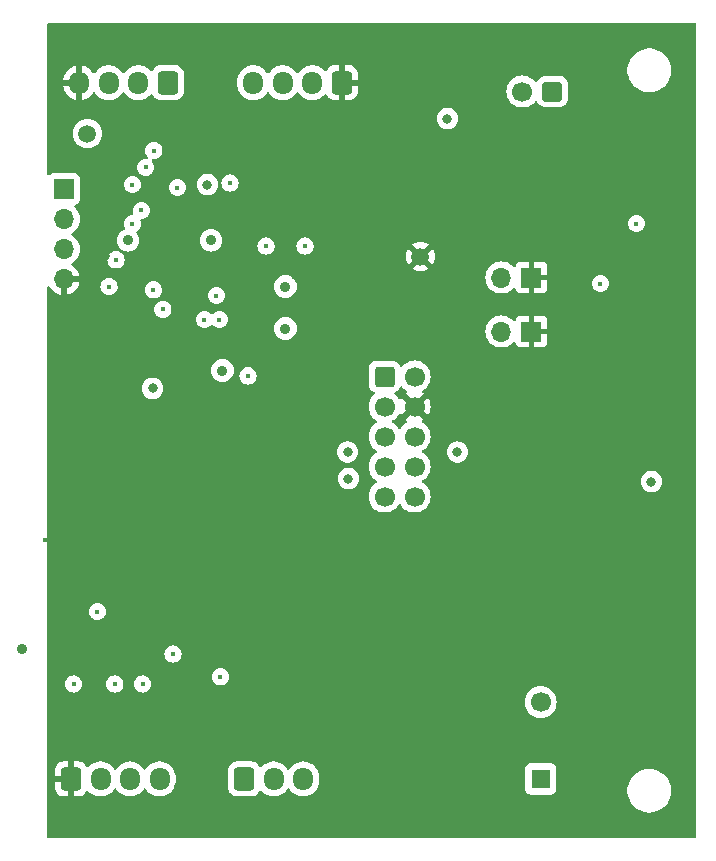
<source format=gbr>
%TF.GenerationSoftware,KiCad,Pcbnew,8.0.1*%
%TF.CreationDate,2024-06-08T14:48:02+02:00*%
%TF.ProjectId,Robuoy-Top,526f6275-6f79-42d5-946f-702e6b696361,rev?*%
%TF.SameCoordinates,Original*%
%TF.FileFunction,Copper,L3,Inr*%
%TF.FilePolarity,Positive*%
%FSLAX46Y46*%
G04 Gerber Fmt 4.6, Leading zero omitted, Abs format (unit mm)*
G04 Created by KiCad (PCBNEW 8.0.1) date 2024-06-08 14:48:02*
%MOMM*%
%LPD*%
G01*
G04 APERTURE LIST*
G04 Aperture macros list*
%AMRoundRect*
0 Rectangle with rounded corners*
0 $1 Rounding radius*
0 $2 $3 $4 $5 $6 $7 $8 $9 X,Y pos of 4 corners*
0 Add a 4 corners polygon primitive as box body*
4,1,4,$2,$3,$4,$5,$6,$7,$8,$9,$2,$3,0*
0 Add four circle primitives for the rounded corners*
1,1,$1+$1,$2,$3*
1,1,$1+$1,$4,$5*
1,1,$1+$1,$6,$7*
1,1,$1+$1,$8,$9*
0 Add four rect primitives between the rounded corners*
20,1,$1+$1,$2,$3,$4,$5,0*
20,1,$1+$1,$4,$5,$6,$7,0*
20,1,$1+$1,$6,$7,$8,$9,0*
20,1,$1+$1,$8,$9,$2,$3,0*%
G04 Aperture macros list end*
%TA.AperFunction,ComponentPad*%
%ADD10RoundRect,0.250000X-0.600000X-0.725000X0.600000X-0.725000X0.600000X0.725000X-0.600000X0.725000X0*%
%TD*%
%TA.AperFunction,ComponentPad*%
%ADD11O,1.700000X1.950000*%
%TD*%
%TA.AperFunction,ComponentPad*%
%ADD12RoundRect,0.250000X0.600000X0.725000X-0.600000X0.725000X-0.600000X-0.725000X0.600000X-0.725000X0*%
%TD*%
%TA.AperFunction,ComponentPad*%
%ADD13R,1.700000X1.700000*%
%TD*%
%TA.AperFunction,ComponentPad*%
%ADD14O,1.700000X1.700000*%
%TD*%
%TA.AperFunction,ComponentPad*%
%ADD15C,1.500000*%
%TD*%
%TA.AperFunction,ComponentPad*%
%ADD16R,1.650000X1.650000*%
%TD*%
%TA.AperFunction,ComponentPad*%
%ADD17C,1.700000*%
%TD*%
%TA.AperFunction,ComponentPad*%
%ADD18RoundRect,0.206250X0.618750X0.618750X-0.618750X0.618750X-0.618750X-0.618750X0.618750X-0.618750X0*%
%TD*%
%TA.AperFunction,ComponentPad*%
%ADD19RoundRect,0.250000X-0.600000X-0.600000X0.600000X-0.600000X0.600000X0.600000X-0.600000X0.600000X0*%
%TD*%
%TA.AperFunction,ViaPad*%
%ADD20C,0.800000*%
%TD*%
%TA.AperFunction,ViaPad*%
%ADD21C,0.450000*%
%TD*%
%TA.AperFunction,ViaPad*%
%ADD22C,0.900000*%
%TD*%
G04 APERTURE END LIST*
D10*
%TO.N,Net-(J103-Pin_1)*%
%TO.C,J103*%
X40700000Y-109000000D03*
D11*
%TO.N,+3.3V*%
X43200000Y-109000000D03*
%TO.N,Net-(J103-Pin_3)*%
X45700000Y-109000000D03*
%TD*%
D12*
%TO.N,Net-(J104-Pin_1)*%
%TO.C,J104*%
X34230000Y-50055000D03*
D11*
%TO.N,Net-(J104-Pin_2)*%
X31730000Y-50055000D03*
%TO.N,/CPU/Vgps*%
X29230000Y-50055000D03*
%TO.N,GND*%
X26730000Y-50055000D03*
%TD*%
D13*
%TO.N,GND*%
%TO.C,SW102*%
X65024000Y-66548000D03*
D14*
%TO.N,EN*%
X62484000Y-66548000D03*
%TD*%
D15*
%TO.N,GND*%
%TO.C,TP208*%
X55626000Y-64770000D03*
%TD*%
D12*
%TO.N,GND*%
%TO.C,J201*%
X48962000Y-50055000D03*
D11*
%TO.N,PAD*%
X46462000Y-50055000D03*
%TO.N,VBUS*%
X43962000Y-50055000D03*
%TO.N,Enable*%
X41462000Y-50055000D03*
%TD*%
D13*
%TO.N,GND*%
%TO.C,SW101*%
X65024000Y-71120000D03*
D14*
%TO.N,DR0*%
X62484000Y-71120000D03*
%TD*%
D15*
%TO.N,+5V*%
%TO.C,TP202*%
X27432000Y-54356000D03*
%TD*%
D16*
%TO.N,+5V*%
%TO.C,BZ101*%
X65800000Y-109000000D03*
D17*
%TO.N,Net-(BZ101--)*%
X65800000Y-102500000D03*
%TD*%
D13*
%TO.N,/CPU/SDA*%
%TO.C,J105*%
X25425000Y-59065000D03*
D14*
%TO.N,/CPU/SCL*%
X25425000Y-61605000D03*
%TO.N,+5V*%
X25425000Y-64145000D03*
%TO.N,GND*%
X25425000Y-66685000D03*
%TD*%
D18*
%TO.N,Net-(J202-Pin_1)*%
%TO.C,J202*%
X66802000Y-50800000D03*
D17*
%TO.N,Net-(J202-Pin_2)*%
X64262000Y-50800000D03*
%TD*%
D10*
%TO.N,GND*%
%TO.C,J102*%
X26035000Y-109000000D03*
D11*
%TO.N,Net-(D101-K)*%
X28535000Y-109000000D03*
%TO.N,Net-(D102-K)*%
X31035000Y-109000000D03*
%TO.N,Net-(D103-K)*%
X33535000Y-109000000D03*
%TD*%
D19*
%TO.N,EN*%
%TO.C,J101*%
X52587500Y-74930000D03*
D17*
%TO.N,+3.3V*%
X55127500Y-74930000D03*
%TO.N,TX*%
X52587500Y-77470000D03*
%TO.N,GND*%
X55127500Y-77470000D03*
%TO.N,RX*%
X52587500Y-80010000D03*
%TO.N,DR0*%
X55127500Y-80010000D03*
%TO.N,Net-(J101-Pin_7)*%
X52587500Y-82550000D03*
%TO.N,Net-(J101-Pin_8)*%
X55127500Y-82550000D03*
%TO.N,Net-(J101-Pin_9)*%
X52587500Y-85090000D03*
%TO.N,Net-(J101-Pin_10)*%
X55127500Y-85090000D03*
%TD*%
D20*
%TO.N,GND*%
X69850000Y-96520000D03*
D21*
X77000000Y-69000000D03*
D20*
X32562800Y-59817012D03*
D21*
X25000000Y-78000000D03*
X70000000Y-90000000D03*
D20*
X37338000Y-53111400D03*
X34366200Y-78562200D03*
D21*
X38000000Y-81000000D03*
X73000000Y-88000000D03*
X70000000Y-77000000D03*
X58000000Y-95000000D03*
X43611800Y-105562400D03*
X66000000Y-82000000D03*
D20*
X61112400Y-74447400D03*
X34798000Y-61214000D03*
D21*
X54025800Y-101854000D03*
X45000000Y-81000000D03*
X49000000Y-67000000D03*
X78000000Y-52000000D03*
X77000000Y-60000000D03*
X78000000Y-107000000D03*
X48006000Y-95758000D03*
D20*
X66294000Y-96520000D03*
D21*
X40894000Y-95758000D03*
D20*
X61088000Y-91338400D03*
X71882000Y-53594000D03*
D21*
X47752000Y-105486200D03*
D22*
X25298400Y-98780600D03*
D21*
X25000000Y-84000000D03*
X50800000Y-62992000D03*
D20*
X31978600Y-80848200D03*
X77089000Y-91160600D03*
X57912000Y-61976000D03*
X65024000Y-54356000D03*
D21*
X50000000Y-88000000D03*
D20*
X34391600Y-83185000D03*
D21*
X63000000Y-105000000D03*
X70000000Y-82000000D03*
X25000000Y-86000000D03*
D20*
X52992000Y-60104000D03*
X24765000Y-69926200D03*
X74422000Y-69088000D03*
D21*
X78000000Y-94000000D03*
X45085000Y-93776800D03*
X25000000Y-107000000D03*
X25000000Y-79000000D03*
X27279600Y-99364800D03*
X56000000Y-90000000D03*
X54000000Y-71000000D03*
X51260677Y-66475757D03*
X27000000Y-46000000D03*
D20*
X24765000Y-72618600D03*
D21*
X25000000Y-46000000D03*
X31115000Y-99364800D03*
X78000000Y-113000000D03*
X25000000Y-76000000D03*
X33782000Y-95758000D03*
X78000000Y-55000000D03*
X61000000Y-95000000D03*
D20*
X62788800Y-89814400D03*
D21*
X25000000Y-82000000D03*
D20*
X62788800Y-75819000D03*
D22*
X24739600Y-87299800D03*
D21*
X72000000Y-113000000D03*
X73000000Y-57000000D03*
D20*
X73914000Y-96012000D03*
D21*
X25000000Y-80000000D03*
X25000000Y-83000000D03*
D20*
X41148000Y-85699600D03*
D21*
X77000000Y-64000000D03*
D20*
X43865800Y-85725000D03*
X40132000Y-62738000D03*
D21*
X37973000Y-93751400D03*
X47000000Y-113000000D03*
X29210000Y-94894400D03*
X25000000Y-77000000D03*
D20*
X48514000Y-60960000D03*
X59436000Y-75844400D03*
D21*
X25000000Y-85000000D03*
X70000000Y-85000000D03*
D20*
X29819600Y-78562200D03*
D21*
X35864800Y-100203000D03*
X74000000Y-57000000D03*
X52000000Y-109000000D03*
X78000000Y-46000000D03*
X25000000Y-75000000D03*
X72101111Y-56965188D03*
D20*
X29819600Y-83159600D03*
X72898000Y-53594000D03*
D21*
X39624000Y-61976000D03*
X25000000Y-81000000D03*
D20*
X32512000Y-58420000D03*
D21*
X53000000Y-64000000D03*
X25000000Y-48000000D03*
X72000000Y-46000000D03*
D20*
X28879806Y-64719200D03*
D21*
X52197000Y-93827600D03*
X49000000Y-60000000D03*
D20*
X42550500Y-65399500D03*
D21*
X25000000Y-113000000D03*
X51000000Y-61000000D03*
X25000000Y-74000000D03*
X70000000Y-72000000D03*
X23876000Y-88773000D03*
X76310020Y-96133035D03*
%TO.N,+3.3V*%
X32105600Y-100965000D03*
D22*
X37896800Y-63398400D03*
D21*
X29260800Y-67322000D03*
X34672010Y-98425980D03*
D22*
X30861000Y-63398400D03*
X38862000Y-74422000D03*
X44196000Y-70866000D03*
X44196000Y-67309998D03*
D21*
X29747919Y-100957044D03*
X26263600Y-100965000D03*
%TO.N,BUTTON*%
X38684200Y-100355400D03*
X28270200Y-94843600D03*
%TO.N,EN*%
X41021000Y-74879200D03*
D20*
%TO.N,+5V*%
X37592000Y-58674000D03*
D22*
X21920200Y-97967800D03*
D21*
%TO.N,/CPU/SDA*%
X29845000Y-65049400D03*
D20*
%TO.N,Net-(J202-Pin_2)*%
X57912000Y-53086000D03*
%TO.N,/CPU/Vbatt*%
X32943131Y-75934000D03*
D21*
X33020000Y-67589398D03*
%TO.N,Net-(J104-Pin_1)*%
X31242000Y-58673982D03*
X37338000Y-70104000D03*
X33807400Y-69240400D03*
X33045400Y-55803800D03*
X31242000Y-61999999D03*
%TO.N,Net-(J104-Pin_2)*%
X38608000Y-70104000D03*
X32004000Y-60858400D03*
X38354000Y-68072000D03*
X32359600Y-57226200D03*
D20*
%TO.N,/CPU/RADIO_1*%
X58750200Y-81330800D03*
X49453800Y-81330800D03*
%TO.N,/CPU/RADIO_5*%
X49530000Y-83566000D03*
X75184000Y-83820000D03*
D21*
%TO.N,Net-(U201-FB)*%
X35052000Y-58928020D03*
X39497000Y-58547000D03*
%TO.N,Net-(Q201-G1)*%
X70866000Y-67056012D03*
X73914000Y-61976000D03*
%TO.N,Net-(U204-FB)*%
X45852500Y-63875500D03*
X42550500Y-63875500D03*
%TD*%
%TA.AperFunction,Conductor*%
%TO.N,GND*%
G36*
X54661575Y-77662993D02*
G01*
X54727401Y-77777007D01*
X54820493Y-77870099D01*
X54934507Y-77935925D01*
X54998090Y-77952962D01*
X54366125Y-78584925D01*
X54442094Y-78638119D01*
X54485719Y-78692696D01*
X54492913Y-78762194D01*
X54461390Y-78824549D01*
X54442095Y-78841269D01*
X54256094Y-78971508D01*
X54089005Y-79138597D01*
X53959075Y-79324158D01*
X53904498Y-79367783D01*
X53835000Y-79374977D01*
X53772645Y-79343454D01*
X53755925Y-79324158D01*
X53625994Y-79138597D01*
X53458902Y-78971506D01*
X53458896Y-78971501D01*
X53273342Y-78841575D01*
X53229717Y-78786998D01*
X53222523Y-78717500D01*
X53254046Y-78655145D01*
X53273342Y-78638425D01*
X53349748Y-78584925D01*
X53458901Y-78508495D01*
X53625995Y-78341401D01*
X53756232Y-78155403D01*
X53810807Y-78111780D01*
X53880305Y-78104586D01*
X53942660Y-78136109D01*
X53959380Y-78155405D01*
X54012573Y-78231373D01*
X54644537Y-77599409D01*
X54661575Y-77662993D01*
G37*
%TD.AperFunction*%
%TA.AperFunction,Conductor*%
G36*
X54048220Y-75768779D02*
G01*
X54084983Y-75797766D01*
X54085177Y-75797573D01*
X54086813Y-75799209D01*
X54087854Y-75800030D01*
X54089001Y-75801397D01*
X54089005Y-75801401D01*
X54256099Y-75968495D01*
X54442094Y-76098730D01*
X54485718Y-76153307D01*
X54492911Y-76222806D01*
X54461389Y-76285160D01*
X54442093Y-76301880D01*
X54366126Y-76355072D01*
X54366125Y-76355072D01*
X54998090Y-76987037D01*
X54934507Y-77004075D01*
X54820493Y-77069901D01*
X54727401Y-77162993D01*
X54661575Y-77277007D01*
X54644537Y-77340589D01*
X54012573Y-76708626D01*
X53959381Y-76784594D01*
X53904804Y-76828219D01*
X53835306Y-76835413D01*
X53772951Y-76803891D01*
X53756230Y-76784594D01*
X53625994Y-76598597D01*
X53458898Y-76431501D01*
X53457530Y-76430354D01*
X53457092Y-76429696D01*
X53455073Y-76427677D01*
X53455478Y-76427271D01*
X53418830Y-76372182D01*
X53417724Y-76302321D01*
X53454563Y-76242952D01*
X53498237Y-76217662D01*
X53506834Y-76214814D01*
X53656156Y-76122712D01*
X53780212Y-75998656D01*
X53872314Y-75849334D01*
X53875162Y-75840738D01*
X53914929Y-75783294D01*
X53979444Y-75756468D01*
X54048220Y-75768779D01*
G37*
%TD.AperFunction*%
%TA.AperFunction,Conductor*%
G36*
X78932539Y-45030185D02*
G01*
X78978294Y-45082989D01*
X78989500Y-45134500D01*
X78989500Y-113865500D01*
X78969815Y-113932539D01*
X78917011Y-113978294D01*
X78865500Y-113989500D01*
X24124000Y-113989500D01*
X24056961Y-113969815D01*
X24011206Y-113917011D01*
X24000000Y-113865500D01*
X24000000Y-108750000D01*
X24685000Y-108750000D01*
X25630854Y-108750000D01*
X25592370Y-108816657D01*
X25560000Y-108937465D01*
X25560000Y-109062535D01*
X25592370Y-109183343D01*
X25630854Y-109250000D01*
X24685001Y-109250000D01*
X24685001Y-109774986D01*
X24695494Y-109877697D01*
X24750641Y-110044119D01*
X24750643Y-110044124D01*
X24842684Y-110193345D01*
X24966654Y-110317315D01*
X25115875Y-110409356D01*
X25115880Y-110409358D01*
X25282302Y-110464505D01*
X25282309Y-110464506D01*
X25385019Y-110474999D01*
X25784999Y-110474999D01*
X25785000Y-110474998D01*
X25785000Y-109404145D01*
X25851657Y-109442630D01*
X25972465Y-109475000D01*
X26097535Y-109475000D01*
X26218343Y-109442630D01*
X26285000Y-109404145D01*
X26285000Y-110474999D01*
X26684972Y-110474999D01*
X26684986Y-110474998D01*
X26787697Y-110464505D01*
X26954119Y-110409358D01*
X26954124Y-110409356D01*
X27103345Y-110317315D01*
X27227317Y-110193343D01*
X27322815Y-110038516D01*
X27374763Y-109991791D01*
X27443725Y-109980568D01*
X27507808Y-110008412D01*
X27516035Y-110015931D01*
X27655213Y-110155109D01*
X27827179Y-110280048D01*
X27827181Y-110280049D01*
X27827184Y-110280051D01*
X28016588Y-110376557D01*
X28218757Y-110442246D01*
X28428713Y-110475500D01*
X28428714Y-110475500D01*
X28641286Y-110475500D01*
X28641287Y-110475500D01*
X28851243Y-110442246D01*
X29053412Y-110376557D01*
X29242816Y-110280051D01*
X29264789Y-110264086D01*
X29414786Y-110155109D01*
X29414788Y-110155106D01*
X29414792Y-110155104D01*
X29565104Y-110004792D01*
X29684683Y-109840204D01*
X29740011Y-109797540D01*
X29809624Y-109791561D01*
X29871420Y-109824166D01*
X29885313Y-109840199D01*
X29952360Y-109932482D01*
X30004896Y-110004792D01*
X30155213Y-110155109D01*
X30327179Y-110280048D01*
X30327181Y-110280049D01*
X30327184Y-110280051D01*
X30516588Y-110376557D01*
X30718757Y-110442246D01*
X30928713Y-110475500D01*
X30928714Y-110475500D01*
X31141286Y-110475500D01*
X31141287Y-110475500D01*
X31351243Y-110442246D01*
X31553412Y-110376557D01*
X31742816Y-110280051D01*
X31764789Y-110264086D01*
X31914786Y-110155109D01*
X31914788Y-110155106D01*
X31914792Y-110155104D01*
X32065104Y-110004792D01*
X32184683Y-109840204D01*
X32240011Y-109797540D01*
X32309624Y-109791561D01*
X32371420Y-109824166D01*
X32385313Y-109840199D01*
X32452360Y-109932482D01*
X32504896Y-110004792D01*
X32655213Y-110155109D01*
X32827179Y-110280048D01*
X32827181Y-110280049D01*
X32827184Y-110280051D01*
X33016588Y-110376557D01*
X33218757Y-110442246D01*
X33428713Y-110475500D01*
X33428714Y-110475500D01*
X33641286Y-110475500D01*
X33641287Y-110475500D01*
X33851243Y-110442246D01*
X34053412Y-110376557D01*
X34242816Y-110280051D01*
X34264789Y-110264086D01*
X34414786Y-110155109D01*
X34414788Y-110155106D01*
X34414792Y-110155104D01*
X34565104Y-110004792D01*
X34565106Y-110004788D01*
X34565109Y-110004786D01*
X34690048Y-109832820D01*
X34690047Y-109832820D01*
X34690051Y-109832816D01*
X34719509Y-109775001D01*
X39349500Y-109775001D01*
X39349501Y-109775018D01*
X39360000Y-109877796D01*
X39360001Y-109877799D01*
X39415185Y-110044331D01*
X39415187Y-110044336D01*
X39429373Y-110067335D01*
X39507288Y-110193656D01*
X39631344Y-110317712D01*
X39780666Y-110409814D01*
X39947203Y-110464999D01*
X40049991Y-110475500D01*
X41350008Y-110475499D01*
X41452797Y-110464999D01*
X41619334Y-110409814D01*
X41768656Y-110317712D01*
X41892712Y-110193656D01*
X41984814Y-110044334D01*
X41984814Y-110044331D01*
X41988178Y-110038879D01*
X42040126Y-109992154D01*
X42109088Y-109980931D01*
X42173170Y-110008774D01*
X42181398Y-110016294D01*
X42320213Y-110155109D01*
X42492179Y-110280048D01*
X42492181Y-110280049D01*
X42492184Y-110280051D01*
X42681588Y-110376557D01*
X42883757Y-110442246D01*
X43093713Y-110475500D01*
X43093714Y-110475500D01*
X43306286Y-110475500D01*
X43306287Y-110475500D01*
X43516243Y-110442246D01*
X43718412Y-110376557D01*
X43907816Y-110280051D01*
X43929789Y-110264086D01*
X44079786Y-110155109D01*
X44079788Y-110155106D01*
X44079792Y-110155104D01*
X44230104Y-110004792D01*
X44349683Y-109840204D01*
X44405011Y-109797540D01*
X44474624Y-109791561D01*
X44536420Y-109824166D01*
X44550313Y-109840199D01*
X44617360Y-109932482D01*
X44669896Y-110004792D01*
X44820213Y-110155109D01*
X44992179Y-110280048D01*
X44992181Y-110280049D01*
X44992184Y-110280051D01*
X45181588Y-110376557D01*
X45383757Y-110442246D01*
X45593713Y-110475500D01*
X45593714Y-110475500D01*
X45806286Y-110475500D01*
X45806287Y-110475500D01*
X46016243Y-110442246D01*
X46218412Y-110376557D01*
X46407816Y-110280051D01*
X46429789Y-110264086D01*
X46579786Y-110155109D01*
X46579788Y-110155106D01*
X46579792Y-110155104D01*
X46730104Y-110004792D01*
X46730106Y-110004788D01*
X46730109Y-110004786D01*
X46825950Y-109872870D01*
X64474500Y-109872870D01*
X64474501Y-109872876D01*
X64480908Y-109932483D01*
X64531202Y-110067328D01*
X64531206Y-110067335D01*
X64617452Y-110182544D01*
X64617455Y-110182547D01*
X64732664Y-110268793D01*
X64732671Y-110268797D01*
X64867517Y-110319091D01*
X64867516Y-110319091D01*
X64874444Y-110319835D01*
X64927127Y-110325500D01*
X66672872Y-110325499D01*
X66732483Y-110319091D01*
X66867331Y-110268796D01*
X66982546Y-110182546D01*
X67028404Y-110121288D01*
X73149500Y-110121288D01*
X73181161Y-110361785D01*
X73243947Y-110596104D01*
X73336773Y-110820205D01*
X73336776Y-110820212D01*
X73458064Y-111030289D01*
X73458066Y-111030292D01*
X73458067Y-111030293D01*
X73605733Y-111222736D01*
X73605739Y-111222743D01*
X73777256Y-111394260D01*
X73777262Y-111394265D01*
X73969711Y-111541936D01*
X74179788Y-111663224D01*
X74403900Y-111756054D01*
X74638211Y-111818838D01*
X74818586Y-111842584D01*
X74878711Y-111850500D01*
X74878712Y-111850500D01*
X75121289Y-111850500D01*
X75169388Y-111844167D01*
X75361789Y-111818838D01*
X75596100Y-111756054D01*
X75820212Y-111663224D01*
X76030289Y-111541936D01*
X76222738Y-111394265D01*
X76394265Y-111222738D01*
X76541936Y-111030289D01*
X76663224Y-110820212D01*
X76756054Y-110596100D01*
X76818838Y-110361789D01*
X76850500Y-110121288D01*
X76850500Y-109878712D01*
X76850379Y-109877796D01*
X76839814Y-109797540D01*
X76818838Y-109638211D01*
X76756054Y-109403900D01*
X76663224Y-109179788D01*
X76541936Y-108969711D01*
X76394265Y-108777262D01*
X76394260Y-108777256D01*
X76222743Y-108605739D01*
X76222736Y-108605733D01*
X76030293Y-108458067D01*
X76030292Y-108458066D01*
X76030289Y-108458064D01*
X75820212Y-108336776D01*
X75820205Y-108336773D01*
X75596104Y-108243947D01*
X75478944Y-108212554D01*
X75361789Y-108181162D01*
X75361788Y-108181161D01*
X75361785Y-108181161D01*
X75121289Y-108149500D01*
X75121288Y-108149500D01*
X74878712Y-108149500D01*
X74878711Y-108149500D01*
X74638214Y-108181161D01*
X74403895Y-108243947D01*
X74179794Y-108336773D01*
X74179785Y-108336777D01*
X73969706Y-108458067D01*
X73777263Y-108605733D01*
X73777256Y-108605739D01*
X73605739Y-108777256D01*
X73605733Y-108777263D01*
X73458067Y-108969706D01*
X73336777Y-109179785D01*
X73336773Y-109179794D01*
X73243947Y-109403895D01*
X73181161Y-109638214D01*
X73149500Y-109878711D01*
X73149500Y-110121288D01*
X67028404Y-110121288D01*
X67068796Y-110067331D01*
X67119091Y-109932483D01*
X67125500Y-109872873D01*
X67125499Y-108127128D01*
X67119091Y-108067517D01*
X67100320Y-108017190D01*
X67068797Y-107932671D01*
X67068793Y-107932664D01*
X66982547Y-107817455D01*
X66982544Y-107817452D01*
X66867335Y-107731206D01*
X66867328Y-107731202D01*
X66732482Y-107680908D01*
X66732483Y-107680908D01*
X66672883Y-107674501D01*
X66672881Y-107674500D01*
X66672873Y-107674500D01*
X66672864Y-107674500D01*
X64927129Y-107674500D01*
X64927123Y-107674501D01*
X64867516Y-107680908D01*
X64732671Y-107731202D01*
X64732664Y-107731206D01*
X64617455Y-107817452D01*
X64617452Y-107817455D01*
X64531206Y-107932664D01*
X64531202Y-107932671D01*
X64480908Y-108067517D01*
X64475029Y-108122203D01*
X64474501Y-108127123D01*
X64474500Y-108127135D01*
X64474500Y-109872870D01*
X46825950Y-109872870D01*
X46855048Y-109832820D01*
X46855047Y-109832820D01*
X46855051Y-109832816D01*
X46951557Y-109643412D01*
X47017246Y-109441243D01*
X47050500Y-109231287D01*
X47050500Y-108768713D01*
X47017246Y-108558757D01*
X46951557Y-108356588D01*
X46855051Y-108167184D01*
X46855049Y-108167181D01*
X46855048Y-108167179D01*
X46730109Y-107995213D01*
X46579786Y-107844890D01*
X46407820Y-107719951D01*
X46218414Y-107623444D01*
X46218413Y-107623443D01*
X46218412Y-107623443D01*
X46016243Y-107557754D01*
X46016241Y-107557753D01*
X46016240Y-107557753D01*
X45854957Y-107532208D01*
X45806287Y-107524500D01*
X45593713Y-107524500D01*
X45545042Y-107532208D01*
X45383760Y-107557753D01*
X45181585Y-107623444D01*
X44992179Y-107719951D01*
X44820213Y-107844890D01*
X44669894Y-107995209D01*
X44669890Y-107995214D01*
X44550318Y-108159793D01*
X44494989Y-108202459D01*
X44425375Y-108208438D01*
X44363580Y-108175833D01*
X44349682Y-108159793D01*
X44230109Y-107995214D01*
X44230105Y-107995209D01*
X44079786Y-107844890D01*
X43907820Y-107719951D01*
X43718414Y-107623444D01*
X43718413Y-107623443D01*
X43718412Y-107623443D01*
X43516243Y-107557754D01*
X43516241Y-107557753D01*
X43516240Y-107557753D01*
X43354957Y-107532208D01*
X43306287Y-107524500D01*
X43093713Y-107524500D01*
X43045042Y-107532208D01*
X42883760Y-107557753D01*
X42681585Y-107623444D01*
X42492179Y-107719951D01*
X42320215Y-107844889D01*
X42181398Y-107983706D01*
X42120075Y-108017190D01*
X42050383Y-108012206D01*
X41994450Y-107970334D01*
X41988178Y-107961120D01*
X41892712Y-107806344D01*
X41768657Y-107682289D01*
X41768656Y-107682288D01*
X41619334Y-107590186D01*
X41452797Y-107535001D01*
X41452795Y-107535000D01*
X41350010Y-107524500D01*
X40049998Y-107524500D01*
X40049981Y-107524501D01*
X39947203Y-107535000D01*
X39947200Y-107535001D01*
X39780668Y-107590185D01*
X39780663Y-107590187D01*
X39631342Y-107682289D01*
X39507289Y-107806342D01*
X39415187Y-107955663D01*
X39415185Y-107955668D01*
X39413258Y-107961484D01*
X39360001Y-108122203D01*
X39360001Y-108122204D01*
X39360000Y-108122204D01*
X39349500Y-108224983D01*
X39349500Y-109775001D01*
X34719509Y-109775001D01*
X34786557Y-109643412D01*
X34852246Y-109441243D01*
X34885500Y-109231287D01*
X34885500Y-108768713D01*
X34852246Y-108558757D01*
X34786557Y-108356588D01*
X34690051Y-108167184D01*
X34690049Y-108167181D01*
X34690048Y-108167179D01*
X34565109Y-107995213D01*
X34414786Y-107844890D01*
X34242820Y-107719951D01*
X34053414Y-107623444D01*
X34053413Y-107623443D01*
X34053412Y-107623443D01*
X33851243Y-107557754D01*
X33851241Y-107557753D01*
X33851240Y-107557753D01*
X33689957Y-107532208D01*
X33641287Y-107524500D01*
X33428713Y-107524500D01*
X33380042Y-107532208D01*
X33218760Y-107557753D01*
X33016585Y-107623444D01*
X32827179Y-107719951D01*
X32655213Y-107844890D01*
X32504894Y-107995209D01*
X32504890Y-107995214D01*
X32385318Y-108159793D01*
X32329989Y-108202459D01*
X32260375Y-108208438D01*
X32198580Y-108175833D01*
X32184682Y-108159793D01*
X32065109Y-107995214D01*
X32065105Y-107995209D01*
X31914786Y-107844890D01*
X31742820Y-107719951D01*
X31553414Y-107623444D01*
X31553413Y-107623443D01*
X31553412Y-107623443D01*
X31351243Y-107557754D01*
X31351241Y-107557753D01*
X31351240Y-107557753D01*
X31189957Y-107532208D01*
X31141287Y-107524500D01*
X30928713Y-107524500D01*
X30880042Y-107532208D01*
X30718760Y-107557753D01*
X30516585Y-107623444D01*
X30327179Y-107719951D01*
X30155213Y-107844890D01*
X30004894Y-107995209D01*
X30004890Y-107995214D01*
X29885318Y-108159793D01*
X29829989Y-108202459D01*
X29760375Y-108208438D01*
X29698580Y-108175833D01*
X29684682Y-108159793D01*
X29565109Y-107995214D01*
X29565105Y-107995209D01*
X29414786Y-107844890D01*
X29242820Y-107719951D01*
X29053414Y-107623444D01*
X29053413Y-107623443D01*
X29053412Y-107623443D01*
X28851243Y-107557754D01*
X28851241Y-107557753D01*
X28851240Y-107557753D01*
X28689957Y-107532208D01*
X28641287Y-107524500D01*
X28428713Y-107524500D01*
X28380042Y-107532208D01*
X28218760Y-107557753D01*
X28016585Y-107623444D01*
X27827179Y-107719951D01*
X27655215Y-107844889D01*
X27516035Y-107984069D01*
X27454712Y-108017553D01*
X27385020Y-108012569D01*
X27329087Y-107970697D01*
X27322815Y-107961484D01*
X27227315Y-107806654D01*
X27103345Y-107682684D01*
X26954124Y-107590643D01*
X26954119Y-107590641D01*
X26787697Y-107535494D01*
X26787690Y-107535493D01*
X26684986Y-107525000D01*
X26285000Y-107525000D01*
X26285000Y-108595854D01*
X26218343Y-108557370D01*
X26097535Y-108525000D01*
X25972465Y-108525000D01*
X25851657Y-108557370D01*
X25785000Y-108595854D01*
X25785000Y-107525000D01*
X25385028Y-107525000D01*
X25385012Y-107525001D01*
X25282302Y-107535494D01*
X25115880Y-107590641D01*
X25115875Y-107590643D01*
X24966654Y-107682684D01*
X24842684Y-107806654D01*
X24750643Y-107955875D01*
X24750641Y-107955880D01*
X24695494Y-108122302D01*
X24695493Y-108122309D01*
X24685000Y-108225013D01*
X24685000Y-108750000D01*
X24000000Y-108750000D01*
X24000000Y-102500000D01*
X64444341Y-102500000D01*
X64464936Y-102735403D01*
X64464938Y-102735413D01*
X64526094Y-102963655D01*
X64526096Y-102963659D01*
X64526097Y-102963663D01*
X64625965Y-103177830D01*
X64625967Y-103177834D01*
X64734281Y-103332521D01*
X64761505Y-103371401D01*
X64928599Y-103538495D01*
X65025384Y-103606265D01*
X65122165Y-103674032D01*
X65122167Y-103674033D01*
X65122170Y-103674035D01*
X65336337Y-103773903D01*
X65564592Y-103835063D01*
X65752918Y-103851539D01*
X65799999Y-103855659D01*
X65800000Y-103855659D01*
X65800001Y-103855659D01*
X65839234Y-103852226D01*
X66035408Y-103835063D01*
X66263663Y-103773903D01*
X66477830Y-103674035D01*
X66671401Y-103538495D01*
X66838495Y-103371401D01*
X66974035Y-103177830D01*
X67073903Y-102963663D01*
X67135063Y-102735408D01*
X67155659Y-102500000D01*
X67135063Y-102264592D01*
X67073903Y-102036337D01*
X66974035Y-101822171D01*
X66879483Y-101687135D01*
X66838494Y-101628597D01*
X66671402Y-101461506D01*
X66671395Y-101461501D01*
X66477834Y-101325967D01*
X66477830Y-101325965D01*
X66477828Y-101325964D01*
X66263663Y-101226097D01*
X66263659Y-101226096D01*
X66263655Y-101226094D01*
X66035413Y-101164938D01*
X66035403Y-101164936D01*
X65800001Y-101144341D01*
X65799999Y-101144341D01*
X65564596Y-101164936D01*
X65564586Y-101164938D01*
X65336344Y-101226094D01*
X65336335Y-101226098D01*
X65122171Y-101325964D01*
X65122169Y-101325965D01*
X64928597Y-101461505D01*
X64761505Y-101628597D01*
X64625965Y-101822169D01*
X64625964Y-101822171D01*
X64526098Y-102036335D01*
X64526094Y-102036344D01*
X64464938Y-102264586D01*
X64464936Y-102264596D01*
X64444341Y-102499999D01*
X64444341Y-102500000D01*
X24000000Y-102500000D01*
X24000000Y-100965003D01*
X25533509Y-100965003D01*
X25551812Y-101127455D01*
X25605810Y-101281774D01*
X25633579Y-101325967D01*
X25692792Y-101420204D01*
X25808396Y-101535808D01*
X25946825Y-101622789D01*
X26101139Y-101676786D01*
X26101142Y-101676786D01*
X26101144Y-101676787D01*
X26263596Y-101695091D01*
X26263600Y-101695091D01*
X26263604Y-101695091D01*
X26426055Y-101676787D01*
X26426056Y-101676786D01*
X26426061Y-101676786D01*
X26580375Y-101622789D01*
X26718804Y-101535808D01*
X26834408Y-101420204D01*
X26921389Y-101281775D01*
X26975386Y-101127461D01*
X26975387Y-101127455D01*
X26993691Y-100965003D01*
X26993691Y-100964996D01*
X26992795Y-100957047D01*
X29017828Y-100957047D01*
X29036131Y-101119499D01*
X29090129Y-101273818D01*
X29122897Y-101325967D01*
X29177111Y-101412248D01*
X29292715Y-101527852D01*
X29431144Y-101614833D01*
X29585458Y-101668830D01*
X29585461Y-101668830D01*
X29585463Y-101668831D01*
X29747915Y-101687135D01*
X29747919Y-101687135D01*
X29747923Y-101687135D01*
X29910374Y-101668831D01*
X29910375Y-101668830D01*
X29910380Y-101668830D01*
X30064694Y-101614833D01*
X30203123Y-101527852D01*
X30318727Y-101412248D01*
X30405708Y-101273819D01*
X30459705Y-101119505D01*
X30459706Y-101119499D01*
X30477114Y-100965003D01*
X31375509Y-100965003D01*
X31393812Y-101127455D01*
X31447810Y-101281774D01*
X31475579Y-101325967D01*
X31534792Y-101420204D01*
X31650396Y-101535808D01*
X31788825Y-101622789D01*
X31943139Y-101676786D01*
X31943142Y-101676786D01*
X31943144Y-101676787D01*
X32105596Y-101695091D01*
X32105600Y-101695091D01*
X32105604Y-101695091D01*
X32268055Y-101676787D01*
X32268056Y-101676786D01*
X32268061Y-101676786D01*
X32422375Y-101622789D01*
X32560804Y-101535808D01*
X32676408Y-101420204D01*
X32763389Y-101281775D01*
X32817386Y-101127461D01*
X32817387Y-101127455D01*
X32835691Y-100965003D01*
X32835691Y-100964996D01*
X32817387Y-100802544D01*
X32817386Y-100802542D01*
X32817386Y-100802539D01*
X32763389Y-100648225D01*
X32676408Y-100509796D01*
X32560804Y-100394192D01*
X32499072Y-100355403D01*
X37954109Y-100355403D01*
X37972412Y-100517855D01*
X38026410Y-100672174D01*
X38026411Y-100672175D01*
X38113392Y-100810604D01*
X38228996Y-100926208D01*
X38367425Y-101013189D01*
X38521739Y-101067186D01*
X38521742Y-101067186D01*
X38521744Y-101067187D01*
X38684196Y-101085491D01*
X38684200Y-101085491D01*
X38684204Y-101085491D01*
X38846655Y-101067187D01*
X38846656Y-101067186D01*
X38846661Y-101067186D01*
X39000975Y-101013189D01*
X39139404Y-100926208D01*
X39255008Y-100810604D01*
X39341989Y-100672175D01*
X39395986Y-100517861D01*
X39397791Y-100501840D01*
X39414291Y-100355403D01*
X39414291Y-100355396D01*
X39395987Y-100192944D01*
X39395986Y-100192942D01*
X39395986Y-100192939D01*
X39341989Y-100038625D01*
X39255008Y-99900196D01*
X39139404Y-99784592D01*
X39000974Y-99697610D01*
X38846655Y-99643612D01*
X38684204Y-99625309D01*
X38684196Y-99625309D01*
X38521744Y-99643612D01*
X38367425Y-99697610D01*
X38228995Y-99784592D01*
X38113392Y-99900195D01*
X38026410Y-100038625D01*
X37972412Y-100192944D01*
X37954109Y-100355396D01*
X37954109Y-100355403D01*
X32499072Y-100355403D01*
X32499061Y-100355396D01*
X32422374Y-100307210D01*
X32268055Y-100253212D01*
X32105604Y-100234909D01*
X32105596Y-100234909D01*
X31943144Y-100253212D01*
X31788825Y-100307210D01*
X31650395Y-100394192D01*
X31534792Y-100509795D01*
X31447810Y-100648225D01*
X31393812Y-100802544D01*
X31375509Y-100964996D01*
X31375509Y-100965003D01*
X30477114Y-100965003D01*
X30478010Y-100957047D01*
X30478010Y-100957040D01*
X30459706Y-100794588D01*
X30459705Y-100794586D01*
X30459705Y-100794583D01*
X30405708Y-100640269D01*
X30318727Y-100501840D01*
X30203123Y-100386236D01*
X30077356Y-100307211D01*
X30064693Y-100299254D01*
X29910374Y-100245256D01*
X29747923Y-100226953D01*
X29747915Y-100226953D01*
X29585463Y-100245256D01*
X29431144Y-100299254D01*
X29292714Y-100386236D01*
X29177111Y-100501839D01*
X29090129Y-100640269D01*
X29036131Y-100794588D01*
X29017828Y-100957040D01*
X29017828Y-100957047D01*
X26992795Y-100957047D01*
X26975387Y-100802544D01*
X26975386Y-100802542D01*
X26975386Y-100802539D01*
X26921389Y-100648225D01*
X26834408Y-100509796D01*
X26718804Y-100394192D01*
X26657061Y-100355396D01*
X26580374Y-100307210D01*
X26426055Y-100253212D01*
X26263604Y-100234909D01*
X26263596Y-100234909D01*
X26101144Y-100253212D01*
X25946825Y-100307210D01*
X25808395Y-100394192D01*
X25692792Y-100509795D01*
X25605810Y-100648225D01*
X25551812Y-100802544D01*
X25533509Y-100964996D01*
X25533509Y-100965003D01*
X24000000Y-100965003D01*
X24000000Y-98425983D01*
X33941919Y-98425983D01*
X33960222Y-98588435D01*
X34014220Y-98742754D01*
X34014221Y-98742755D01*
X34101202Y-98881184D01*
X34216806Y-98996788D01*
X34355235Y-99083769D01*
X34509549Y-99137766D01*
X34509552Y-99137766D01*
X34509554Y-99137767D01*
X34672006Y-99156071D01*
X34672010Y-99156071D01*
X34672014Y-99156071D01*
X34834465Y-99137767D01*
X34834466Y-99137766D01*
X34834471Y-99137766D01*
X34988785Y-99083769D01*
X35127214Y-98996788D01*
X35242818Y-98881184D01*
X35329799Y-98742755D01*
X35383796Y-98588441D01*
X35402101Y-98425980D01*
X35383796Y-98263519D01*
X35329799Y-98109205D01*
X35242818Y-97970776D01*
X35127214Y-97855172D01*
X34988784Y-97768190D01*
X34834465Y-97714192D01*
X34672014Y-97695889D01*
X34672006Y-97695889D01*
X34509554Y-97714192D01*
X34355235Y-97768190D01*
X34216805Y-97855172D01*
X34101202Y-97970775D01*
X34014220Y-98109205D01*
X33960222Y-98263524D01*
X33941919Y-98425976D01*
X33941919Y-98425983D01*
X24000000Y-98425983D01*
X24000000Y-94843603D01*
X27540109Y-94843603D01*
X27558412Y-95006055D01*
X27612410Y-95160374D01*
X27612411Y-95160375D01*
X27699392Y-95298804D01*
X27814996Y-95414408D01*
X27953425Y-95501389D01*
X28107739Y-95555386D01*
X28107742Y-95555386D01*
X28107744Y-95555387D01*
X28270196Y-95573691D01*
X28270200Y-95573691D01*
X28270204Y-95573691D01*
X28432655Y-95555387D01*
X28432656Y-95555386D01*
X28432661Y-95555386D01*
X28586975Y-95501389D01*
X28725404Y-95414408D01*
X28841008Y-95298804D01*
X28927989Y-95160375D01*
X28981986Y-95006061D01*
X29000291Y-94843600D01*
X28981986Y-94681139D01*
X28927989Y-94526825D01*
X28841008Y-94388396D01*
X28725404Y-94272792D01*
X28586974Y-94185810D01*
X28432655Y-94131812D01*
X28270204Y-94113509D01*
X28270196Y-94113509D01*
X28107744Y-94131812D01*
X27953425Y-94185810D01*
X27814995Y-94272792D01*
X27699392Y-94388395D01*
X27612410Y-94526825D01*
X27558412Y-94681144D01*
X27540109Y-94843596D01*
X27540109Y-94843603D01*
X24000000Y-94843603D01*
X24000000Y-85090000D01*
X51231841Y-85090000D01*
X51252436Y-85325403D01*
X51252438Y-85325413D01*
X51313594Y-85553655D01*
X51313596Y-85553659D01*
X51313597Y-85553663D01*
X51317500Y-85562032D01*
X51413465Y-85767830D01*
X51413467Y-85767834D01*
X51521781Y-85922521D01*
X51549005Y-85961401D01*
X51716099Y-86128495D01*
X51812884Y-86196265D01*
X51909665Y-86264032D01*
X51909667Y-86264033D01*
X51909670Y-86264035D01*
X52123837Y-86363903D01*
X52352092Y-86425063D01*
X52540418Y-86441539D01*
X52587499Y-86445659D01*
X52587500Y-86445659D01*
X52587501Y-86445659D01*
X52626734Y-86442226D01*
X52822908Y-86425063D01*
X53051163Y-86363903D01*
X53265330Y-86264035D01*
X53458901Y-86128495D01*
X53625995Y-85961401D01*
X53755925Y-85775842D01*
X53810502Y-85732217D01*
X53880000Y-85725023D01*
X53942355Y-85756546D01*
X53959075Y-85775842D01*
X54089000Y-85961395D01*
X54089005Y-85961401D01*
X54256099Y-86128495D01*
X54352884Y-86196265D01*
X54449665Y-86264032D01*
X54449667Y-86264033D01*
X54449670Y-86264035D01*
X54663837Y-86363903D01*
X54892092Y-86425063D01*
X55080418Y-86441539D01*
X55127499Y-86445659D01*
X55127500Y-86445659D01*
X55127501Y-86445659D01*
X55166734Y-86442226D01*
X55362908Y-86425063D01*
X55591163Y-86363903D01*
X55805330Y-86264035D01*
X55998901Y-86128495D01*
X56165995Y-85961401D01*
X56301535Y-85767830D01*
X56401403Y-85553663D01*
X56462563Y-85325408D01*
X56483159Y-85090000D01*
X56462563Y-84854592D01*
X56401403Y-84626337D01*
X56301535Y-84412171D01*
X56295925Y-84404158D01*
X56165994Y-84218597D01*
X55998902Y-84051506D01*
X55998896Y-84051501D01*
X55813342Y-83921575D01*
X55769717Y-83866998D01*
X55764852Y-83820000D01*
X74278540Y-83820000D01*
X74298326Y-84008256D01*
X74298327Y-84008259D01*
X74356818Y-84188277D01*
X74356821Y-84188284D01*
X74451467Y-84352216D01*
X74518931Y-84427142D01*
X74578129Y-84492888D01*
X74731265Y-84604148D01*
X74731270Y-84604151D01*
X74904192Y-84681142D01*
X74904197Y-84681144D01*
X75089354Y-84720500D01*
X75089355Y-84720500D01*
X75278644Y-84720500D01*
X75278646Y-84720500D01*
X75463803Y-84681144D01*
X75636730Y-84604151D01*
X75789871Y-84492888D01*
X75916533Y-84352216D01*
X76011179Y-84188284D01*
X76069674Y-84008256D01*
X76089460Y-83820000D01*
X76069674Y-83631744D01*
X76011179Y-83451716D01*
X75916533Y-83287784D01*
X75789871Y-83147112D01*
X75789870Y-83147111D01*
X75636734Y-83035851D01*
X75636729Y-83035848D01*
X75463807Y-82958857D01*
X75463802Y-82958855D01*
X75318001Y-82927865D01*
X75278646Y-82919500D01*
X75089354Y-82919500D01*
X75056897Y-82926398D01*
X74904197Y-82958855D01*
X74904192Y-82958857D01*
X74731270Y-83035848D01*
X74731265Y-83035851D01*
X74578129Y-83147111D01*
X74451466Y-83287785D01*
X74356821Y-83451715D01*
X74356818Y-83451722D01*
X74298327Y-83631740D01*
X74298326Y-83631744D01*
X74278540Y-83820000D01*
X55764852Y-83820000D01*
X55762523Y-83797500D01*
X55794046Y-83735145D01*
X55813342Y-83718425D01*
X55937135Y-83631744D01*
X55998901Y-83588495D01*
X56165995Y-83421401D01*
X56301535Y-83227830D01*
X56401403Y-83013663D01*
X56462563Y-82785408D01*
X56483159Y-82550000D01*
X56462563Y-82314592D01*
X56401403Y-82086337D01*
X56301535Y-81872171D01*
X56295925Y-81864158D01*
X56165994Y-81678597D01*
X55998902Y-81511506D01*
X55998896Y-81511501D01*
X55813342Y-81381575D01*
X55772756Y-81330800D01*
X57844740Y-81330800D01*
X57864526Y-81519056D01*
X57864527Y-81519059D01*
X57923018Y-81699077D01*
X57923021Y-81699084D01*
X58017667Y-81863016D01*
X58144329Y-82003688D01*
X58297465Y-82114948D01*
X58297470Y-82114951D01*
X58470392Y-82191942D01*
X58470397Y-82191944D01*
X58655554Y-82231300D01*
X58655555Y-82231300D01*
X58844844Y-82231300D01*
X58844846Y-82231300D01*
X59030003Y-82191944D01*
X59202930Y-82114951D01*
X59356071Y-82003688D01*
X59482733Y-81863016D01*
X59577379Y-81699084D01*
X59635874Y-81519056D01*
X59655660Y-81330800D01*
X59635874Y-81142544D01*
X59577379Y-80962516D01*
X59482733Y-80798584D01*
X59356071Y-80657912D01*
X59356070Y-80657911D01*
X59202934Y-80546651D01*
X59202929Y-80546648D01*
X59030007Y-80469657D01*
X59030002Y-80469655D01*
X58884201Y-80438665D01*
X58844846Y-80430300D01*
X58655554Y-80430300D01*
X58623097Y-80437198D01*
X58470397Y-80469655D01*
X58470392Y-80469657D01*
X58297470Y-80546648D01*
X58297465Y-80546651D01*
X58144329Y-80657911D01*
X58017666Y-80798585D01*
X57923021Y-80962515D01*
X57923018Y-80962522D01*
X57864527Y-81142540D01*
X57864526Y-81142544D01*
X57844740Y-81330800D01*
X55772756Y-81330800D01*
X55769717Y-81326998D01*
X55762523Y-81257500D01*
X55794046Y-81195145D01*
X55813342Y-81178425D01*
X55864591Y-81142540D01*
X55998901Y-81048495D01*
X56165995Y-80881401D01*
X56301535Y-80687830D01*
X56401403Y-80473663D01*
X56462563Y-80245408D01*
X56483159Y-80010000D01*
X56462563Y-79774592D01*
X56401403Y-79546337D01*
X56301535Y-79332171D01*
X56295925Y-79324158D01*
X56165994Y-79138597D01*
X55998902Y-78971506D01*
X55998901Y-78971505D01*
X55812905Y-78841269D01*
X55769281Y-78786692D01*
X55762088Y-78717193D01*
X55793610Y-78654839D01*
X55812905Y-78638119D01*
X55888873Y-78584925D01*
X55256909Y-77952962D01*
X55320493Y-77935925D01*
X55434507Y-77870099D01*
X55527599Y-77777007D01*
X55593425Y-77662993D01*
X55610462Y-77599409D01*
X56242425Y-78231373D01*
X56242426Y-78231373D01*
X56301098Y-78147582D01*
X56301100Y-78147578D01*
X56400929Y-77933492D01*
X56400933Y-77933483D01*
X56462067Y-77705326D01*
X56462069Y-77705315D01*
X56482657Y-77470001D01*
X56482657Y-77469998D01*
X56462069Y-77234684D01*
X56462067Y-77234673D01*
X56400933Y-77006516D01*
X56400929Y-77006507D01*
X56301100Y-76792423D01*
X56301099Y-76792421D01*
X56242425Y-76708626D01*
X56242425Y-76708625D01*
X55610462Y-77340589D01*
X55593425Y-77277007D01*
X55527599Y-77162993D01*
X55434507Y-77069901D01*
X55320493Y-77004075D01*
X55256910Y-76987037D01*
X55888873Y-76355073D01*
X55888873Y-76355072D01*
X55812905Y-76301880D01*
X55769280Y-76247304D01*
X55762086Y-76177805D01*
X55793608Y-76115451D01*
X55812899Y-76098734D01*
X55998901Y-75968495D01*
X56165995Y-75801401D01*
X56301535Y-75607830D01*
X56401403Y-75393663D01*
X56462563Y-75165408D01*
X56483159Y-74930000D01*
X56462563Y-74694592D01*
X56401403Y-74466337D01*
X56301535Y-74252171D01*
X56289981Y-74235669D01*
X56165994Y-74058597D01*
X55998902Y-73891506D01*
X55998895Y-73891501D01*
X55998716Y-73891376D01*
X55955824Y-73861342D01*
X55805334Y-73755967D01*
X55805330Y-73755965D01*
X55765277Y-73737288D01*
X55591163Y-73656097D01*
X55591159Y-73656096D01*
X55591155Y-73656094D01*
X55362913Y-73594938D01*
X55362903Y-73594936D01*
X55127501Y-73574341D01*
X55127499Y-73574341D01*
X54892096Y-73594936D01*
X54892086Y-73594938D01*
X54663844Y-73656094D01*
X54663835Y-73656098D01*
X54449671Y-73755964D01*
X54449669Y-73755965D01*
X54256097Y-73891505D01*
X54089003Y-74058599D01*
X54087849Y-74059975D01*
X54087188Y-74060414D01*
X54085176Y-74062427D01*
X54084771Y-74062022D01*
X54029673Y-74098671D01*
X53959812Y-74099772D01*
X53900446Y-74062928D01*
X53875163Y-74019265D01*
X53872314Y-74010666D01*
X53780212Y-73861344D01*
X53656156Y-73737288D01*
X53563388Y-73680069D01*
X53506836Y-73645187D01*
X53506831Y-73645185D01*
X53505362Y-73644698D01*
X53340297Y-73590001D01*
X53340295Y-73590000D01*
X53237510Y-73579500D01*
X51937498Y-73579500D01*
X51937481Y-73579501D01*
X51834703Y-73590000D01*
X51834700Y-73590001D01*
X51668168Y-73645185D01*
X51668163Y-73645187D01*
X51518842Y-73737289D01*
X51394789Y-73861342D01*
X51302687Y-74010663D01*
X51302685Y-74010668D01*
X51286201Y-74060414D01*
X51247501Y-74177203D01*
X51247501Y-74177204D01*
X51247500Y-74177204D01*
X51237000Y-74279983D01*
X51237000Y-75580001D01*
X51237001Y-75580018D01*
X51247500Y-75682796D01*
X51247501Y-75682799D01*
X51286803Y-75801402D01*
X51302686Y-75849334D01*
X51394788Y-75998656D01*
X51518844Y-76122712D01*
X51668166Y-76214814D01*
X51676764Y-76217663D01*
X51734207Y-76257433D01*
X51761031Y-76321948D01*
X51748717Y-76390724D01*
X51719734Y-76427483D01*
X51719927Y-76427676D01*
X51718298Y-76429304D01*
X51717475Y-76430349D01*
X51716099Y-76431503D01*
X51549005Y-76598597D01*
X51413465Y-76792169D01*
X51413464Y-76792171D01*
X51313598Y-77006335D01*
X51313594Y-77006344D01*
X51252438Y-77234586D01*
X51252436Y-77234596D01*
X51231841Y-77469999D01*
X51231841Y-77470000D01*
X51252436Y-77705403D01*
X51252438Y-77705413D01*
X51313594Y-77933655D01*
X51313596Y-77933659D01*
X51313597Y-77933663D01*
X51393300Y-78104586D01*
X51413465Y-78147830D01*
X51413467Y-78147834D01*
X51471962Y-78231373D01*
X51549001Y-78341396D01*
X51549006Y-78341402D01*
X51716097Y-78508493D01*
X51716103Y-78508498D01*
X51901658Y-78638425D01*
X51945283Y-78693002D01*
X51952477Y-78762500D01*
X51920954Y-78824855D01*
X51901658Y-78841575D01*
X51716097Y-78971505D01*
X51549005Y-79138597D01*
X51413465Y-79332169D01*
X51413464Y-79332171D01*
X51313598Y-79546335D01*
X51313594Y-79546344D01*
X51252438Y-79774586D01*
X51252436Y-79774596D01*
X51231841Y-80009999D01*
X51231841Y-80010000D01*
X51252436Y-80245403D01*
X51252438Y-80245413D01*
X51313594Y-80473655D01*
X51313596Y-80473659D01*
X51313597Y-80473663D01*
X51317500Y-80482032D01*
X51413465Y-80687830D01*
X51413467Y-80687834D01*
X51521781Y-80842521D01*
X51549001Y-80881396D01*
X51549006Y-80881402D01*
X51716097Y-81048493D01*
X51716103Y-81048498D01*
X51901658Y-81178425D01*
X51945283Y-81233002D01*
X51952477Y-81302500D01*
X51920954Y-81364855D01*
X51901658Y-81381575D01*
X51716097Y-81511505D01*
X51549005Y-81678597D01*
X51413465Y-81872169D01*
X51413464Y-81872171D01*
X51313598Y-82086335D01*
X51313594Y-82086344D01*
X51252438Y-82314586D01*
X51252436Y-82314596D01*
X51231841Y-82549999D01*
X51231841Y-82550000D01*
X51252436Y-82785403D01*
X51252438Y-82785413D01*
X51313594Y-83013655D01*
X51313596Y-83013659D01*
X51313597Y-83013663D01*
X51393504Y-83185023D01*
X51413465Y-83227830D01*
X51413467Y-83227834D01*
X51518433Y-83377740D01*
X51549001Y-83421396D01*
X51549006Y-83421402D01*
X51716097Y-83588493D01*
X51716103Y-83588498D01*
X51901658Y-83718425D01*
X51945283Y-83773002D01*
X51952477Y-83842500D01*
X51920954Y-83904855D01*
X51901658Y-83921575D01*
X51716097Y-84051505D01*
X51549005Y-84218597D01*
X51413465Y-84412169D01*
X51413464Y-84412171D01*
X51313598Y-84626335D01*
X51313594Y-84626344D01*
X51252438Y-84854586D01*
X51252436Y-84854596D01*
X51231841Y-85089999D01*
X51231841Y-85090000D01*
X24000000Y-85090000D01*
X24000000Y-83566000D01*
X48624540Y-83566000D01*
X48644326Y-83754256D01*
X48644327Y-83754259D01*
X48702818Y-83934277D01*
X48702821Y-83934284D01*
X48797467Y-84098216D01*
X48878559Y-84188277D01*
X48924129Y-84238888D01*
X49077265Y-84350148D01*
X49077270Y-84350151D01*
X49250192Y-84427142D01*
X49250197Y-84427144D01*
X49435354Y-84466500D01*
X49435355Y-84466500D01*
X49624644Y-84466500D01*
X49624646Y-84466500D01*
X49809803Y-84427144D01*
X49982730Y-84350151D01*
X50135871Y-84238888D01*
X50262533Y-84098216D01*
X50357179Y-83934284D01*
X50415674Y-83754256D01*
X50435460Y-83566000D01*
X50415674Y-83377744D01*
X50357179Y-83197716D01*
X50262533Y-83033784D01*
X50135871Y-82893112D01*
X50135870Y-82893111D01*
X49982734Y-82781851D01*
X49982729Y-82781848D01*
X49809807Y-82704857D01*
X49809802Y-82704855D01*
X49664001Y-82673865D01*
X49624646Y-82665500D01*
X49435354Y-82665500D01*
X49402897Y-82672398D01*
X49250197Y-82704855D01*
X49250192Y-82704857D01*
X49077270Y-82781848D01*
X49077265Y-82781851D01*
X48924129Y-82893111D01*
X48797466Y-83033785D01*
X48702821Y-83197715D01*
X48702818Y-83197722D01*
X48644327Y-83377740D01*
X48644326Y-83377744D01*
X48624540Y-83566000D01*
X24000000Y-83566000D01*
X24000000Y-81330800D01*
X48548340Y-81330800D01*
X48568126Y-81519056D01*
X48568127Y-81519059D01*
X48626618Y-81699077D01*
X48626621Y-81699084D01*
X48721267Y-81863016D01*
X48847929Y-82003688D01*
X49001065Y-82114948D01*
X49001070Y-82114951D01*
X49173992Y-82191942D01*
X49173997Y-82191944D01*
X49359154Y-82231300D01*
X49359155Y-82231300D01*
X49548444Y-82231300D01*
X49548446Y-82231300D01*
X49733603Y-82191944D01*
X49906530Y-82114951D01*
X50059671Y-82003688D01*
X50186333Y-81863016D01*
X50280979Y-81699084D01*
X50339474Y-81519056D01*
X50359260Y-81330800D01*
X50339474Y-81142544D01*
X50280979Y-80962516D01*
X50186333Y-80798584D01*
X50059671Y-80657912D01*
X50059670Y-80657911D01*
X49906534Y-80546651D01*
X49906529Y-80546648D01*
X49733607Y-80469657D01*
X49733602Y-80469655D01*
X49587801Y-80438665D01*
X49548446Y-80430300D01*
X49359154Y-80430300D01*
X49326697Y-80437198D01*
X49173997Y-80469655D01*
X49173992Y-80469657D01*
X49001070Y-80546648D01*
X49001065Y-80546651D01*
X48847929Y-80657911D01*
X48721266Y-80798585D01*
X48626621Y-80962515D01*
X48626618Y-80962522D01*
X48568127Y-81142540D01*
X48568126Y-81142544D01*
X48548340Y-81330800D01*
X24000000Y-81330800D01*
X24000000Y-75934000D01*
X32037671Y-75934000D01*
X32057457Y-76122256D01*
X32057458Y-76122259D01*
X32115949Y-76302277D01*
X32115952Y-76302284D01*
X32210598Y-76466216D01*
X32329795Y-76598597D01*
X32337260Y-76606888D01*
X32490396Y-76718148D01*
X32490401Y-76718151D01*
X32663323Y-76795142D01*
X32663328Y-76795144D01*
X32848485Y-76834500D01*
X32848486Y-76834500D01*
X33037775Y-76834500D01*
X33037777Y-76834500D01*
X33222934Y-76795144D01*
X33395861Y-76718151D01*
X33549002Y-76606888D01*
X33675664Y-76466216D01*
X33770310Y-76302284D01*
X33828805Y-76122256D01*
X33848591Y-75934000D01*
X33828805Y-75745744D01*
X33770310Y-75565716D01*
X33675664Y-75401784D01*
X33549002Y-75261112D01*
X33549001Y-75261111D01*
X33395865Y-75149851D01*
X33395860Y-75149848D01*
X33222938Y-75072857D01*
X33222933Y-75072855D01*
X33076144Y-75041655D01*
X33037777Y-75033500D01*
X32848485Y-75033500D01*
X32816028Y-75040398D01*
X32663328Y-75072855D01*
X32663323Y-75072857D01*
X32490401Y-75149848D01*
X32490396Y-75149851D01*
X32337260Y-75261111D01*
X32210597Y-75401785D01*
X32115952Y-75565715D01*
X32115949Y-75565722D01*
X32077909Y-75682799D01*
X32057457Y-75745744D01*
X32037671Y-75934000D01*
X24000000Y-75934000D01*
X24000000Y-74422000D01*
X37906901Y-74422000D01*
X37925252Y-74608331D01*
X37925253Y-74608333D01*
X37979604Y-74787502D01*
X38067862Y-74952623D01*
X38067864Y-74952626D01*
X38186642Y-75097357D01*
X38331373Y-75216135D01*
X38331376Y-75216137D01*
X38496497Y-75304395D01*
X38496499Y-75304396D01*
X38675666Y-75358746D01*
X38675668Y-75358747D01*
X38692374Y-75360392D01*
X38862000Y-75377099D01*
X39048331Y-75358747D01*
X39227501Y-75304396D01*
X39392625Y-75216136D01*
X39537357Y-75097357D01*
X39656136Y-74952625D01*
X39695381Y-74879203D01*
X40290909Y-74879203D01*
X40309212Y-75041655D01*
X40363210Y-75195974D01*
X40404139Y-75261111D01*
X40450192Y-75334404D01*
X40565796Y-75450008D01*
X40704225Y-75536989D01*
X40858539Y-75590986D01*
X40858542Y-75590986D01*
X40858544Y-75590987D01*
X41020996Y-75609291D01*
X41021000Y-75609291D01*
X41021004Y-75609291D01*
X41183455Y-75590987D01*
X41183456Y-75590986D01*
X41183461Y-75590986D01*
X41337775Y-75536989D01*
X41476204Y-75450008D01*
X41591808Y-75334404D01*
X41678789Y-75195975D01*
X41732786Y-75041661D01*
X41742818Y-74952625D01*
X41751091Y-74879203D01*
X41751091Y-74879196D01*
X41732787Y-74716744D01*
X41732786Y-74716742D01*
X41732786Y-74716739D01*
X41678789Y-74562425D01*
X41591808Y-74423996D01*
X41476204Y-74308392D01*
X41431004Y-74279991D01*
X41337774Y-74221410D01*
X41183455Y-74167412D01*
X41021004Y-74149109D01*
X41020996Y-74149109D01*
X40858544Y-74167412D01*
X40704225Y-74221410D01*
X40565795Y-74308392D01*
X40450192Y-74423995D01*
X40363210Y-74562425D01*
X40309212Y-74716744D01*
X40290909Y-74879196D01*
X40290909Y-74879203D01*
X39695381Y-74879203D01*
X39744396Y-74787501D01*
X39798747Y-74608331D01*
X39817099Y-74422000D01*
X39798747Y-74235669D01*
X39744396Y-74056499D01*
X39719898Y-74010666D01*
X39656137Y-73891376D01*
X39656135Y-73891373D01*
X39537357Y-73746642D01*
X39392626Y-73627864D01*
X39392623Y-73627862D01*
X39227502Y-73539604D01*
X39048333Y-73485253D01*
X39048331Y-73485252D01*
X38862000Y-73466901D01*
X38675668Y-73485252D01*
X38675666Y-73485253D01*
X38496497Y-73539604D01*
X38331376Y-73627862D01*
X38331373Y-73627864D01*
X38186642Y-73746642D01*
X38067864Y-73891373D01*
X38067862Y-73891376D01*
X37979604Y-74056497D01*
X37925253Y-74235666D01*
X37925252Y-74235668D01*
X37906901Y-74422000D01*
X24000000Y-74422000D01*
X24000000Y-70866000D01*
X43240901Y-70866000D01*
X43259252Y-71052331D01*
X43259253Y-71052333D01*
X43313604Y-71231502D01*
X43401862Y-71396623D01*
X43401864Y-71396626D01*
X43520642Y-71541357D01*
X43665373Y-71660135D01*
X43665376Y-71660137D01*
X43830497Y-71748395D01*
X43830499Y-71748396D01*
X44009666Y-71802746D01*
X44009668Y-71802747D01*
X44026374Y-71804392D01*
X44196000Y-71821099D01*
X44382331Y-71802747D01*
X44561501Y-71748396D01*
X44726625Y-71660136D01*
X44871357Y-71541357D01*
X44990136Y-71396625D01*
X45078396Y-71231501D01*
X45112220Y-71120000D01*
X61128341Y-71120000D01*
X61148936Y-71355403D01*
X61148938Y-71355413D01*
X61210094Y-71583655D01*
X61210096Y-71583659D01*
X61210097Y-71583663D01*
X61309965Y-71797830D01*
X61309967Y-71797834D01*
X61418281Y-71952521D01*
X61445505Y-71991401D01*
X61612599Y-72158495D01*
X61689135Y-72212086D01*
X61806165Y-72294032D01*
X61806167Y-72294033D01*
X61806170Y-72294035D01*
X62020337Y-72393903D01*
X62248592Y-72455063D01*
X62419319Y-72470000D01*
X62483999Y-72475659D01*
X62484000Y-72475659D01*
X62484001Y-72475659D01*
X62548681Y-72470000D01*
X62719408Y-72455063D01*
X62947663Y-72393903D01*
X63161830Y-72294035D01*
X63355401Y-72158495D01*
X63477717Y-72036178D01*
X63539036Y-72002696D01*
X63608728Y-72007680D01*
X63664662Y-72049551D01*
X63681577Y-72080528D01*
X63730646Y-72212088D01*
X63730649Y-72212093D01*
X63816809Y-72327187D01*
X63816812Y-72327190D01*
X63931906Y-72413350D01*
X63931913Y-72413354D01*
X64066620Y-72463596D01*
X64066627Y-72463598D01*
X64126155Y-72469999D01*
X64126172Y-72470000D01*
X64774000Y-72470000D01*
X64774000Y-71553012D01*
X64831007Y-71585925D01*
X64958174Y-71620000D01*
X65089826Y-71620000D01*
X65216993Y-71585925D01*
X65274000Y-71553012D01*
X65274000Y-72470000D01*
X65921828Y-72470000D01*
X65921844Y-72469999D01*
X65981372Y-72463598D01*
X65981379Y-72463596D01*
X66116086Y-72413354D01*
X66116093Y-72413350D01*
X66231187Y-72327190D01*
X66231190Y-72327187D01*
X66317350Y-72212093D01*
X66317354Y-72212086D01*
X66367596Y-72077379D01*
X66367598Y-72077372D01*
X66373999Y-72017844D01*
X66374000Y-72017827D01*
X66374000Y-71370000D01*
X65457012Y-71370000D01*
X65489925Y-71312993D01*
X65524000Y-71185826D01*
X65524000Y-71054174D01*
X65489925Y-70927007D01*
X65457012Y-70870000D01*
X66374000Y-70870000D01*
X66374000Y-70222172D01*
X66373999Y-70222155D01*
X66367598Y-70162627D01*
X66367596Y-70162620D01*
X66317354Y-70027913D01*
X66317350Y-70027906D01*
X66231190Y-69912812D01*
X66231187Y-69912809D01*
X66116093Y-69826649D01*
X66116086Y-69826645D01*
X65981379Y-69776403D01*
X65981372Y-69776401D01*
X65921844Y-69770000D01*
X65274000Y-69770000D01*
X65274000Y-70686988D01*
X65216993Y-70654075D01*
X65089826Y-70620000D01*
X64958174Y-70620000D01*
X64831007Y-70654075D01*
X64774000Y-70686988D01*
X64774000Y-69770000D01*
X64126155Y-69770000D01*
X64066627Y-69776401D01*
X64066620Y-69776403D01*
X63931913Y-69826645D01*
X63931906Y-69826649D01*
X63816812Y-69912809D01*
X63816809Y-69912812D01*
X63730649Y-70027906D01*
X63730645Y-70027913D01*
X63681578Y-70159470D01*
X63639707Y-70215404D01*
X63574242Y-70239821D01*
X63505969Y-70224969D01*
X63477715Y-70203819D01*
X63433366Y-70159470D01*
X63355401Y-70081505D01*
X63355397Y-70081502D01*
X63355396Y-70081501D01*
X63161834Y-69945967D01*
X63161830Y-69945965D01*
X63059374Y-69898189D01*
X62947663Y-69846097D01*
X62947659Y-69846096D01*
X62947655Y-69846094D01*
X62719413Y-69784938D01*
X62719403Y-69784936D01*
X62484001Y-69764341D01*
X62483999Y-69764341D01*
X62248596Y-69784936D01*
X62248586Y-69784938D01*
X62020344Y-69846094D01*
X62020335Y-69846098D01*
X61806171Y-69945964D01*
X61806169Y-69945965D01*
X61612597Y-70081505D01*
X61445505Y-70248597D01*
X61309965Y-70442169D01*
X61309964Y-70442171D01*
X61210098Y-70656335D01*
X61210094Y-70656344D01*
X61148938Y-70884586D01*
X61148936Y-70884596D01*
X61128341Y-71119999D01*
X61128341Y-71120000D01*
X45112220Y-71120000D01*
X45132747Y-71052331D01*
X45151099Y-70866000D01*
X45132747Y-70679669D01*
X45078396Y-70500499D01*
X45078395Y-70500497D01*
X44990137Y-70335376D01*
X44990135Y-70335373D01*
X44871357Y-70190642D01*
X44726626Y-70071864D01*
X44726623Y-70071862D01*
X44561502Y-69983604D01*
X44382333Y-69929253D01*
X44382331Y-69929252D01*
X44196000Y-69910901D01*
X44009668Y-69929252D01*
X44009666Y-69929253D01*
X43830497Y-69983604D01*
X43665376Y-70071862D01*
X43665373Y-70071864D01*
X43520642Y-70190642D01*
X43401864Y-70335373D01*
X43401862Y-70335376D01*
X43313604Y-70500497D01*
X43259253Y-70679666D01*
X43259252Y-70679668D01*
X43240901Y-70866000D01*
X24000000Y-70866000D01*
X24000000Y-70104003D01*
X36607909Y-70104003D01*
X36626212Y-70266455D01*
X36680210Y-70420774D01*
X36730304Y-70500497D01*
X36767192Y-70559204D01*
X36882796Y-70674808D01*
X37021225Y-70761789D01*
X37175539Y-70815786D01*
X37175542Y-70815786D01*
X37175544Y-70815787D01*
X37337996Y-70834091D01*
X37338000Y-70834091D01*
X37338004Y-70834091D01*
X37500455Y-70815787D01*
X37500456Y-70815786D01*
X37500461Y-70815786D01*
X37654775Y-70761789D01*
X37793204Y-70674808D01*
X37885319Y-70582693D01*
X37946642Y-70549208D01*
X38016334Y-70554192D01*
X38060681Y-70582693D01*
X38152796Y-70674808D01*
X38291225Y-70761789D01*
X38445539Y-70815786D01*
X38445542Y-70815786D01*
X38445544Y-70815787D01*
X38607996Y-70834091D01*
X38608000Y-70834091D01*
X38608004Y-70834091D01*
X38770455Y-70815787D01*
X38770456Y-70815786D01*
X38770461Y-70815786D01*
X38924775Y-70761789D01*
X39063204Y-70674808D01*
X39178808Y-70559204D01*
X39265789Y-70420775D01*
X39319786Y-70266461D01*
X39324461Y-70224969D01*
X39338091Y-70104003D01*
X39338091Y-70103996D01*
X39319787Y-69941544D01*
X39319786Y-69941542D01*
X39319786Y-69941539D01*
X39265789Y-69787225D01*
X39178808Y-69648796D01*
X39063204Y-69533192D01*
X38924774Y-69446210D01*
X38770455Y-69392212D01*
X38608004Y-69373909D01*
X38607996Y-69373909D01*
X38445544Y-69392212D01*
X38291225Y-69446210D01*
X38152795Y-69533192D01*
X38060681Y-69625307D01*
X37999358Y-69658792D01*
X37929666Y-69653808D01*
X37885319Y-69625307D01*
X37793204Y-69533192D01*
X37654774Y-69446210D01*
X37500455Y-69392212D01*
X37338004Y-69373909D01*
X37337996Y-69373909D01*
X37175544Y-69392212D01*
X37021225Y-69446210D01*
X36882795Y-69533192D01*
X36767192Y-69648795D01*
X36680210Y-69787225D01*
X36626212Y-69941544D01*
X36607909Y-70103996D01*
X36607909Y-70104003D01*
X24000000Y-70104003D01*
X24000000Y-69240403D01*
X33077309Y-69240403D01*
X33095612Y-69402855D01*
X33149610Y-69557174D01*
X33149611Y-69557175D01*
X33236592Y-69695604D01*
X33352196Y-69811208D01*
X33490625Y-69898189D01*
X33644939Y-69952186D01*
X33644942Y-69952186D01*
X33644944Y-69952187D01*
X33807396Y-69970491D01*
X33807400Y-69970491D01*
X33807404Y-69970491D01*
X33969855Y-69952187D01*
X33969856Y-69952186D01*
X33969861Y-69952186D01*
X34124175Y-69898189D01*
X34262604Y-69811208D01*
X34378208Y-69695604D01*
X34465189Y-69557175D01*
X34519186Y-69402861D01*
X34537491Y-69240400D01*
X34519186Y-69077939D01*
X34465189Y-68923625D01*
X34378208Y-68785196D01*
X34262604Y-68669592D01*
X34219976Y-68642807D01*
X34124174Y-68582610D01*
X33969855Y-68528612D01*
X33807404Y-68510309D01*
X33807396Y-68510309D01*
X33644944Y-68528612D01*
X33490625Y-68582610D01*
X33352195Y-68669592D01*
X33236592Y-68785195D01*
X33149610Y-68923625D01*
X33095612Y-69077944D01*
X33077309Y-69240396D01*
X33077309Y-69240403D01*
X24000000Y-69240403D01*
X24000000Y-67382777D01*
X24019685Y-67315738D01*
X24072489Y-67269983D01*
X24141647Y-67260039D01*
X24205203Y-67289064D01*
X24236382Y-67330373D01*
X24251398Y-67362575D01*
X24251399Y-67362577D01*
X24386894Y-67556082D01*
X24553917Y-67723105D01*
X24747421Y-67858600D01*
X24961507Y-67958429D01*
X24961516Y-67958433D01*
X25175000Y-68015634D01*
X25175000Y-67118012D01*
X25232007Y-67150925D01*
X25359174Y-67185000D01*
X25490826Y-67185000D01*
X25617993Y-67150925D01*
X25675000Y-67118012D01*
X25675000Y-68015633D01*
X25888483Y-67958433D01*
X25888492Y-67958429D01*
X26102578Y-67858600D01*
X26296082Y-67723105D01*
X26463105Y-67556082D01*
X26598600Y-67362578D01*
X26617520Y-67322003D01*
X28530709Y-67322003D01*
X28549012Y-67484455D01*
X28603010Y-67638774D01*
X28603836Y-67640088D01*
X28689992Y-67777204D01*
X28805596Y-67892808D01*
X28944025Y-67979789D01*
X29098339Y-68033786D01*
X29098342Y-68033786D01*
X29098344Y-68033787D01*
X29260796Y-68052091D01*
X29260800Y-68052091D01*
X29260804Y-68052091D01*
X29423255Y-68033787D01*
X29423256Y-68033786D01*
X29423261Y-68033786D01*
X29577575Y-67979789D01*
X29716004Y-67892808D01*
X29831608Y-67777204D01*
X29918589Y-67638775D01*
X29935866Y-67589401D01*
X32289909Y-67589401D01*
X32308212Y-67751853D01*
X32362210Y-67906172D01*
X32430990Y-68015634D01*
X32449192Y-68044602D01*
X32564796Y-68160206D01*
X32703225Y-68247187D01*
X32857539Y-68301184D01*
X32857542Y-68301184D01*
X32857544Y-68301185D01*
X33019996Y-68319489D01*
X33020000Y-68319489D01*
X33020004Y-68319489D01*
X33182455Y-68301185D01*
X33182456Y-68301184D01*
X33182461Y-68301184D01*
X33336775Y-68247187D01*
X33475204Y-68160206D01*
X33563407Y-68072003D01*
X37623909Y-68072003D01*
X37642212Y-68234455D01*
X37696210Y-68388774D01*
X37696211Y-68388775D01*
X37783192Y-68527204D01*
X37898796Y-68642808D01*
X38037225Y-68729789D01*
X38191539Y-68783786D01*
X38191542Y-68783786D01*
X38191544Y-68783787D01*
X38353996Y-68802091D01*
X38354000Y-68802091D01*
X38354004Y-68802091D01*
X38516455Y-68783787D01*
X38516456Y-68783786D01*
X38516461Y-68783786D01*
X38670775Y-68729789D01*
X38809204Y-68642808D01*
X38924808Y-68527204D01*
X39011789Y-68388775D01*
X39065786Y-68234461D01*
X39074153Y-68160205D01*
X39084091Y-68072003D01*
X39084091Y-68071996D01*
X39065787Y-67909544D01*
X39065786Y-67909542D01*
X39065786Y-67909539D01*
X39011789Y-67755225D01*
X38924808Y-67616796D01*
X38809204Y-67501192D01*
X38750302Y-67464181D01*
X38670774Y-67414210D01*
X38516455Y-67360212D01*
X38354004Y-67341909D01*
X38353996Y-67341909D01*
X38191544Y-67360212D01*
X38037225Y-67414210D01*
X37898795Y-67501192D01*
X37783192Y-67616795D01*
X37696210Y-67755225D01*
X37642212Y-67909544D01*
X37623909Y-68071996D01*
X37623909Y-68072003D01*
X33563407Y-68072003D01*
X33590808Y-68044602D01*
X33677789Y-67906173D01*
X33731786Y-67751859D01*
X33735026Y-67723105D01*
X33750091Y-67589401D01*
X33750091Y-67589394D01*
X33731787Y-67426942D01*
X33731786Y-67426940D01*
X33731786Y-67426937D01*
X33690867Y-67309998D01*
X43240901Y-67309998D01*
X43259252Y-67496329D01*
X43259253Y-67496331D01*
X43313604Y-67675500D01*
X43401862Y-67840621D01*
X43401864Y-67840624D01*
X43520642Y-67985355D01*
X43665373Y-68104133D01*
X43665376Y-68104135D01*
X43770277Y-68160205D01*
X43830499Y-68192394D01*
X44009666Y-68246744D01*
X44009668Y-68246745D01*
X44026374Y-68248390D01*
X44196000Y-68265097D01*
X44382331Y-68246745D01*
X44561501Y-68192394D01*
X44726625Y-68104134D01*
X44871357Y-67985355D01*
X44990136Y-67840623D01*
X45078396Y-67675499D01*
X45132747Y-67496329D01*
X45151099Y-67309998D01*
X45132747Y-67123667D01*
X45078396Y-66944497D01*
X45042849Y-66877993D01*
X44990137Y-66779374D01*
X44990135Y-66779371D01*
X44871357Y-66634640D01*
X44765786Y-66548000D01*
X61128341Y-66548000D01*
X61148936Y-66783403D01*
X61148938Y-66783413D01*
X61210094Y-67011655D01*
X61210096Y-67011659D01*
X61210097Y-67011663D01*
X61273899Y-67148486D01*
X61309965Y-67225830D01*
X61309967Y-67225834D01*
X61368900Y-67309998D01*
X61445505Y-67419401D01*
X61612599Y-67586495D01*
X61670188Y-67626819D01*
X61806165Y-67722032D01*
X61806167Y-67722033D01*
X61806170Y-67722035D01*
X62020337Y-67821903D01*
X62248592Y-67883063D01*
X62419319Y-67898000D01*
X62483999Y-67903659D01*
X62484000Y-67903659D01*
X62484001Y-67903659D01*
X62548681Y-67898000D01*
X62719408Y-67883063D01*
X62947663Y-67821903D01*
X63161830Y-67722035D01*
X63355401Y-67586495D01*
X63477717Y-67464178D01*
X63539036Y-67430696D01*
X63608728Y-67435680D01*
X63664662Y-67477551D01*
X63681577Y-67508528D01*
X63730646Y-67640088D01*
X63730649Y-67640093D01*
X63816809Y-67755187D01*
X63816812Y-67755190D01*
X63931906Y-67841350D01*
X63931913Y-67841354D01*
X64066620Y-67891596D01*
X64066627Y-67891598D01*
X64126155Y-67897999D01*
X64126172Y-67898000D01*
X64774000Y-67898000D01*
X64774000Y-66981012D01*
X64831007Y-67013925D01*
X64958174Y-67048000D01*
X65089826Y-67048000D01*
X65216993Y-67013925D01*
X65274000Y-66981012D01*
X65274000Y-67898000D01*
X65921828Y-67898000D01*
X65921844Y-67897999D01*
X65981372Y-67891598D01*
X65981379Y-67891596D01*
X66116086Y-67841354D01*
X66116093Y-67841350D01*
X66231187Y-67755190D01*
X66231190Y-67755187D01*
X66317350Y-67640093D01*
X66317354Y-67640086D01*
X66367596Y-67505379D01*
X66367598Y-67505372D01*
X66373999Y-67445844D01*
X66374000Y-67445827D01*
X66374000Y-67056015D01*
X70135909Y-67056015D01*
X70154212Y-67218467D01*
X70208210Y-67372786D01*
X70237501Y-67419402D01*
X70295192Y-67511216D01*
X70410796Y-67626820D01*
X70549225Y-67713801D01*
X70703539Y-67767798D01*
X70703542Y-67767798D01*
X70703544Y-67767799D01*
X70865996Y-67786103D01*
X70866000Y-67786103D01*
X70866004Y-67786103D01*
X71028455Y-67767799D01*
X71028456Y-67767798D01*
X71028461Y-67767798D01*
X71182775Y-67713801D01*
X71321204Y-67626820D01*
X71436808Y-67511216D01*
X71523789Y-67372787D01*
X71577786Y-67218473D01*
X71584426Y-67159544D01*
X71596091Y-67056015D01*
X71596091Y-67056008D01*
X71577787Y-66893556D01*
X71577786Y-66893554D01*
X71577786Y-66893551D01*
X71523789Y-66739237D01*
X71436808Y-66600808D01*
X71321204Y-66485204D01*
X71316382Y-66482174D01*
X71182774Y-66398222D01*
X71028455Y-66344224D01*
X70866004Y-66325921D01*
X70865996Y-66325921D01*
X70703544Y-66344224D01*
X70549225Y-66398222D01*
X70410795Y-66485204D01*
X70295192Y-66600807D01*
X70208210Y-66739237D01*
X70154212Y-66893556D01*
X70135909Y-67056008D01*
X70135909Y-67056015D01*
X66374000Y-67056015D01*
X66374000Y-66798000D01*
X65457012Y-66798000D01*
X65489925Y-66740993D01*
X65524000Y-66613826D01*
X65524000Y-66482174D01*
X65489925Y-66355007D01*
X65457012Y-66298000D01*
X66374000Y-66298000D01*
X66374000Y-65650172D01*
X66373999Y-65650155D01*
X66367598Y-65590627D01*
X66367596Y-65590620D01*
X66317354Y-65455913D01*
X66317350Y-65455906D01*
X66231190Y-65340812D01*
X66231187Y-65340809D01*
X66116093Y-65254649D01*
X66116086Y-65254645D01*
X65981379Y-65204403D01*
X65981372Y-65204401D01*
X65921844Y-65198000D01*
X65274000Y-65198000D01*
X65274000Y-66114988D01*
X65216993Y-66082075D01*
X65089826Y-66048000D01*
X64958174Y-66048000D01*
X64831007Y-66082075D01*
X64774000Y-66114988D01*
X64774000Y-65198000D01*
X64126155Y-65198000D01*
X64066627Y-65204401D01*
X64066620Y-65204403D01*
X63931913Y-65254645D01*
X63931906Y-65254649D01*
X63816812Y-65340809D01*
X63816809Y-65340812D01*
X63730649Y-65455906D01*
X63730645Y-65455913D01*
X63681578Y-65587470D01*
X63639707Y-65643404D01*
X63574242Y-65667821D01*
X63505969Y-65652969D01*
X63477715Y-65631819D01*
X63433366Y-65587470D01*
X63355401Y-65509505D01*
X63355397Y-65509502D01*
X63355396Y-65509501D01*
X63161834Y-65373967D01*
X63161830Y-65373965D01*
X63090727Y-65340809D01*
X62947663Y-65274097D01*
X62947659Y-65274096D01*
X62947655Y-65274094D01*
X62719413Y-65212938D01*
X62719403Y-65212936D01*
X62484001Y-65192341D01*
X62483999Y-65192341D01*
X62248596Y-65212936D01*
X62248586Y-65212938D01*
X62020344Y-65274094D01*
X62020335Y-65274098D01*
X61806171Y-65373964D01*
X61806169Y-65373965D01*
X61612597Y-65509505D01*
X61445505Y-65676597D01*
X61309965Y-65870169D01*
X61309964Y-65870171D01*
X61210098Y-66084335D01*
X61210094Y-66084344D01*
X61148938Y-66312586D01*
X61148936Y-66312596D01*
X61128341Y-66547999D01*
X61128341Y-66548000D01*
X44765786Y-66548000D01*
X44726626Y-66515862D01*
X44726623Y-66515860D01*
X44561502Y-66427602D01*
X44382333Y-66373251D01*
X44382331Y-66373250D01*
X44196000Y-66354899D01*
X44009668Y-66373250D01*
X44009666Y-66373251D01*
X43830497Y-66427602D01*
X43665376Y-66515860D01*
X43665373Y-66515862D01*
X43520642Y-66634640D01*
X43401864Y-66779371D01*
X43401862Y-66779374D01*
X43313604Y-66944495D01*
X43259253Y-67123664D01*
X43259252Y-67123666D01*
X43240901Y-67309998D01*
X33690867Y-67309998D01*
X33677789Y-67272623D01*
X33590808Y-67134194D01*
X33475204Y-67018590D01*
X33363019Y-66948099D01*
X33336774Y-66931608D01*
X33182455Y-66877610D01*
X33020004Y-66859307D01*
X33019996Y-66859307D01*
X32857544Y-66877610D01*
X32703225Y-66931608D01*
X32564795Y-67018590D01*
X32449192Y-67134193D01*
X32362210Y-67272623D01*
X32308212Y-67426942D01*
X32289909Y-67589394D01*
X32289909Y-67589401D01*
X29935866Y-67589401D01*
X29972586Y-67484461D01*
X29976939Y-67445827D01*
X29990891Y-67322003D01*
X29990891Y-67321996D01*
X29972587Y-67159544D01*
X29972586Y-67159542D01*
X29972586Y-67159539D01*
X29918589Y-67005225D01*
X29831608Y-66866796D01*
X29716004Y-66751192D01*
X29715422Y-66750826D01*
X29577574Y-66664210D01*
X29423255Y-66610212D01*
X29260804Y-66591909D01*
X29260796Y-66591909D01*
X29098344Y-66610212D01*
X28944025Y-66664210D01*
X28805595Y-66751192D01*
X28689992Y-66866795D01*
X28603010Y-67005225D01*
X28549012Y-67159544D01*
X28530709Y-67321996D01*
X28530709Y-67322003D01*
X26617520Y-67322003D01*
X26698429Y-67148492D01*
X26698432Y-67148486D01*
X26755636Y-66935000D01*
X25858012Y-66935000D01*
X25890925Y-66877993D01*
X25925000Y-66750826D01*
X25925000Y-66619174D01*
X25890925Y-66492007D01*
X25858012Y-66435000D01*
X26755636Y-66435000D01*
X26755635Y-66434999D01*
X26698432Y-66221513D01*
X26698429Y-66221507D01*
X26598600Y-66007422D01*
X26598599Y-66007420D01*
X26463113Y-65813926D01*
X26463108Y-65813920D01*
X26296078Y-65646890D01*
X26110405Y-65516879D01*
X26066780Y-65462302D01*
X26059588Y-65392804D01*
X26091110Y-65330449D01*
X26110406Y-65313730D01*
X26296401Y-65183495D01*
X26430493Y-65049403D01*
X29114909Y-65049403D01*
X29133212Y-65211855D01*
X29187210Y-65366174D01*
X29206823Y-65397387D01*
X29274192Y-65504604D01*
X29389796Y-65620208D01*
X29528225Y-65707189D01*
X29682539Y-65761186D01*
X29682542Y-65761186D01*
X29682544Y-65761187D01*
X29844996Y-65779491D01*
X29845000Y-65779491D01*
X29845004Y-65779491D01*
X30007455Y-65761187D01*
X30007456Y-65761186D01*
X30007461Y-65761186D01*
X30161775Y-65707189D01*
X30300204Y-65620208D01*
X30415808Y-65504604D01*
X30502789Y-65366175D01*
X30556786Y-65211861D01*
X30556787Y-65211855D01*
X30575091Y-65049403D01*
X30575091Y-65049396D01*
X30556787Y-64886944D01*
X30556786Y-64886942D01*
X30556786Y-64886939D01*
X30515867Y-64770000D01*
X54371225Y-64770000D01*
X54390287Y-64987884D01*
X54390289Y-64987894D01*
X54446894Y-65199150D01*
X54446898Y-65199159D01*
X54539333Y-65397387D01*
X54582874Y-65459571D01*
X55183861Y-64858584D01*
X55206667Y-64943694D01*
X55265910Y-65046306D01*
X55349694Y-65130090D01*
X55452306Y-65189333D01*
X55537414Y-65212137D01*
X54936427Y-65813124D01*
X54998612Y-65856666D01*
X55196840Y-65949101D01*
X55196849Y-65949105D01*
X55408105Y-66005710D01*
X55408115Y-66005712D01*
X55625999Y-66024775D01*
X55626001Y-66024775D01*
X55843884Y-66005712D01*
X55843894Y-66005710D01*
X56055150Y-65949105D01*
X56055164Y-65949100D01*
X56253383Y-65856669D01*
X56253385Y-65856668D01*
X56315571Y-65813124D01*
X55714585Y-65212137D01*
X55799694Y-65189333D01*
X55902306Y-65130090D01*
X55986090Y-65046306D01*
X56045333Y-64943694D01*
X56068138Y-64858584D01*
X56669124Y-65459570D01*
X56712668Y-65397385D01*
X56712669Y-65397383D01*
X56805100Y-65199164D01*
X56805105Y-65199150D01*
X56861710Y-64987894D01*
X56861712Y-64987884D01*
X56880775Y-64770000D01*
X56880775Y-64769999D01*
X56861712Y-64552115D01*
X56861710Y-64552105D01*
X56805105Y-64340849D01*
X56805101Y-64340840D01*
X56712667Y-64142614D01*
X56712666Y-64142612D01*
X56669124Y-64080428D01*
X56669124Y-64080427D01*
X56068137Y-64681414D01*
X56045333Y-64596306D01*
X55986090Y-64493694D01*
X55902306Y-64409910D01*
X55799694Y-64350667D01*
X55714584Y-64327861D01*
X56315571Y-63726874D01*
X56253387Y-63683333D01*
X56055159Y-63590898D01*
X56055150Y-63590894D01*
X55843894Y-63534289D01*
X55843884Y-63534287D01*
X55626001Y-63515225D01*
X55625999Y-63515225D01*
X55408115Y-63534287D01*
X55408105Y-63534289D01*
X55196849Y-63590894D01*
X55196840Y-63590898D01*
X54998613Y-63683333D01*
X54936428Y-63726874D01*
X55537415Y-64327861D01*
X55452306Y-64350667D01*
X55349694Y-64409910D01*
X55265910Y-64493694D01*
X55206667Y-64596306D01*
X55183861Y-64681415D01*
X54582874Y-64080428D01*
X54539333Y-64142613D01*
X54446898Y-64340840D01*
X54446894Y-64340849D01*
X54390289Y-64552105D01*
X54390287Y-64552115D01*
X54371225Y-64769999D01*
X54371225Y-64770000D01*
X30515867Y-64770000D01*
X30502789Y-64732625D01*
X30415808Y-64594196D01*
X30300204Y-64478592D01*
X30161774Y-64391610D01*
X30007455Y-64337612D01*
X29845004Y-64319309D01*
X29844996Y-64319309D01*
X29682544Y-64337612D01*
X29528225Y-64391610D01*
X29389795Y-64478592D01*
X29274192Y-64594195D01*
X29187210Y-64732625D01*
X29133212Y-64886944D01*
X29114909Y-65049396D01*
X29114909Y-65049403D01*
X26430493Y-65049403D01*
X26463495Y-65016401D01*
X26599035Y-64822830D01*
X26698903Y-64608663D01*
X26760063Y-64380408D01*
X26780659Y-64145000D01*
X26760063Y-63909592D01*
X26698903Y-63681337D01*
X26599035Y-63467171D01*
X26566213Y-63420295D01*
X26550882Y-63398400D01*
X29905901Y-63398400D01*
X29924252Y-63584731D01*
X29924253Y-63584733D01*
X29978604Y-63763902D01*
X30066862Y-63929023D01*
X30066864Y-63929026D01*
X30185642Y-64073757D01*
X30330373Y-64192535D01*
X30330376Y-64192537D01*
X30495497Y-64280795D01*
X30495499Y-64280796D01*
X30674666Y-64335146D01*
X30674668Y-64335147D01*
X30691374Y-64336792D01*
X30861000Y-64353499D01*
X31047331Y-64335147D01*
X31226501Y-64280796D01*
X31391625Y-64192536D01*
X31536357Y-64073757D01*
X31655136Y-63929025D01*
X31743396Y-63763901D01*
X31797747Y-63584731D01*
X31816099Y-63398400D01*
X36941701Y-63398400D01*
X36960052Y-63584731D01*
X36960053Y-63584733D01*
X37014404Y-63763902D01*
X37102662Y-63929023D01*
X37102664Y-63929026D01*
X37221442Y-64073757D01*
X37366173Y-64192535D01*
X37366176Y-64192537D01*
X37531297Y-64280795D01*
X37531299Y-64280796D01*
X37710466Y-64335146D01*
X37710468Y-64335147D01*
X37727174Y-64336792D01*
X37896800Y-64353499D01*
X38083131Y-64335147D01*
X38262301Y-64280796D01*
X38427425Y-64192536D01*
X38572157Y-64073757D01*
X38690936Y-63929025D01*
X38719544Y-63875503D01*
X41820409Y-63875503D01*
X41838712Y-64037955D01*
X41892710Y-64192274D01*
X41972532Y-64319309D01*
X41979692Y-64330704D01*
X42095296Y-64446308D01*
X42233725Y-64533289D01*
X42388039Y-64587286D01*
X42388042Y-64587286D01*
X42388044Y-64587287D01*
X42550496Y-64605591D01*
X42550500Y-64605591D01*
X42550504Y-64605591D01*
X42712955Y-64587287D01*
X42712956Y-64587286D01*
X42712961Y-64587286D01*
X42867275Y-64533289D01*
X43005704Y-64446308D01*
X43121308Y-64330704D01*
X43208289Y-64192275D01*
X43262286Y-64037961D01*
X43274560Y-63929026D01*
X43280591Y-63875503D01*
X45122409Y-63875503D01*
X45140712Y-64037955D01*
X45194710Y-64192274D01*
X45274532Y-64319309D01*
X45281692Y-64330704D01*
X45397296Y-64446308D01*
X45535725Y-64533289D01*
X45690039Y-64587286D01*
X45690042Y-64587286D01*
X45690044Y-64587287D01*
X45852496Y-64605591D01*
X45852500Y-64605591D01*
X45852504Y-64605591D01*
X46014955Y-64587287D01*
X46014956Y-64587286D01*
X46014961Y-64587286D01*
X46169275Y-64533289D01*
X46307704Y-64446308D01*
X46423308Y-64330704D01*
X46510289Y-64192275D01*
X46564286Y-64037961D01*
X46576560Y-63929026D01*
X46582591Y-63875503D01*
X46582591Y-63875496D01*
X46564287Y-63713044D01*
X46564286Y-63713042D01*
X46564286Y-63713039D01*
X46510289Y-63558725D01*
X46423308Y-63420296D01*
X46307704Y-63304692D01*
X46258217Y-63273597D01*
X46169274Y-63217710D01*
X46014955Y-63163712D01*
X45852504Y-63145409D01*
X45852496Y-63145409D01*
X45690044Y-63163712D01*
X45535725Y-63217710D01*
X45397295Y-63304692D01*
X45281692Y-63420295D01*
X45194710Y-63558725D01*
X45140712Y-63713044D01*
X45122409Y-63875496D01*
X45122409Y-63875503D01*
X43280591Y-63875503D01*
X43280591Y-63875496D01*
X43262287Y-63713044D01*
X43262286Y-63713042D01*
X43262286Y-63713039D01*
X43208289Y-63558725D01*
X43121308Y-63420296D01*
X43005704Y-63304692D01*
X42956217Y-63273597D01*
X42867274Y-63217710D01*
X42712955Y-63163712D01*
X42550504Y-63145409D01*
X42550496Y-63145409D01*
X42388044Y-63163712D01*
X42233725Y-63217710D01*
X42095295Y-63304692D01*
X41979692Y-63420295D01*
X41892710Y-63558725D01*
X41838712Y-63713044D01*
X41820409Y-63875496D01*
X41820409Y-63875503D01*
X38719544Y-63875503D01*
X38779196Y-63763901D01*
X38833547Y-63584731D01*
X38851899Y-63398400D01*
X38833547Y-63212069D01*
X38779196Y-63032899D01*
X38779195Y-63032897D01*
X38690937Y-62867776D01*
X38690935Y-62867773D01*
X38572157Y-62723042D01*
X38427426Y-62604264D01*
X38427423Y-62604262D01*
X38262302Y-62516004D01*
X38083133Y-62461653D01*
X38083131Y-62461652D01*
X37896800Y-62443301D01*
X37710468Y-62461652D01*
X37710466Y-62461653D01*
X37531297Y-62516004D01*
X37366176Y-62604262D01*
X37366173Y-62604264D01*
X37221442Y-62723042D01*
X37102664Y-62867773D01*
X37102662Y-62867776D01*
X37014404Y-63032897D01*
X36960053Y-63212066D01*
X36960052Y-63212068D01*
X36941701Y-63398400D01*
X31816099Y-63398400D01*
X31797747Y-63212069D01*
X31743396Y-63032899D01*
X31743395Y-63032897D01*
X31655137Y-62867776D01*
X31655135Y-62867773D01*
X31597929Y-62798068D01*
X31570616Y-62733758D01*
X31582407Y-62664891D01*
X31627809Y-62614410D01*
X31697204Y-62570807D01*
X31812808Y-62455203D01*
X31899789Y-62316774D01*
X31953786Y-62162460D01*
X31956491Y-62138455D01*
X31972091Y-62000002D01*
X31972091Y-61999995D01*
X31969388Y-61976003D01*
X73183909Y-61976003D01*
X73202212Y-62138455D01*
X73256210Y-62292774D01*
X73271292Y-62316776D01*
X73343192Y-62431204D01*
X73458796Y-62546808D01*
X73597225Y-62633789D01*
X73751539Y-62687786D01*
X73751542Y-62687786D01*
X73751544Y-62687787D01*
X73913996Y-62706091D01*
X73914000Y-62706091D01*
X73914004Y-62706091D01*
X74076455Y-62687787D01*
X74076456Y-62687786D01*
X74076461Y-62687786D01*
X74230775Y-62633789D01*
X74369204Y-62546808D01*
X74484808Y-62431204D01*
X74571789Y-62292775D01*
X74625786Y-62138461D01*
X74625787Y-62138455D01*
X74644091Y-61976003D01*
X74644091Y-61975996D01*
X74625787Y-61813544D01*
X74625786Y-61813542D01*
X74625786Y-61813539D01*
X74571789Y-61659225D01*
X74484808Y-61520796D01*
X74369204Y-61405192D01*
X74230774Y-61318210D01*
X74076455Y-61264212D01*
X73914004Y-61245909D01*
X73913996Y-61245909D01*
X73751544Y-61264212D01*
X73597225Y-61318210D01*
X73458795Y-61405192D01*
X73343192Y-61520795D01*
X73256210Y-61659225D01*
X73202212Y-61813544D01*
X73183909Y-61975996D01*
X73183909Y-61976003D01*
X31969388Y-61976003D01*
X31953787Y-61837541D01*
X31923206Y-61750146D01*
X31919644Y-61680367D01*
X31954372Y-61619740D01*
X32016366Y-61587512D01*
X32026359Y-61585971D01*
X32075799Y-61580401D01*
X32166455Y-61570187D01*
X32166456Y-61570186D01*
X32166461Y-61570186D01*
X32320775Y-61516189D01*
X32459204Y-61429208D01*
X32574808Y-61313604D01*
X32661789Y-61175175D01*
X32715786Y-61020861D01*
X32715787Y-61020855D01*
X32734091Y-60858403D01*
X32734091Y-60858396D01*
X32715787Y-60695944D01*
X32715786Y-60695942D01*
X32715786Y-60695939D01*
X32661789Y-60541625D01*
X32574808Y-60403196D01*
X32459204Y-60287592D01*
X32386104Y-60241660D01*
X32320774Y-60200610D01*
X32166455Y-60146612D01*
X32004004Y-60128309D01*
X32003996Y-60128309D01*
X31841544Y-60146612D01*
X31687225Y-60200610D01*
X31548795Y-60287592D01*
X31433192Y-60403195D01*
X31346210Y-60541625D01*
X31292212Y-60695944D01*
X31273909Y-60858396D01*
X31273909Y-60858403D01*
X31292212Y-61020855D01*
X31322794Y-61108253D01*
X31326355Y-61178032D01*
X31291626Y-61238659D01*
X31229633Y-61270886D01*
X31219636Y-61272427D01*
X31079544Y-61288211D01*
X30925225Y-61342209D01*
X30786795Y-61429191D01*
X30671192Y-61544794D01*
X30584210Y-61683224D01*
X30530212Y-61837543D01*
X30511909Y-61999995D01*
X30511909Y-62000002D01*
X30530212Y-62162454D01*
X30584211Y-62316776D01*
X30588760Y-62324016D01*
X30607758Y-62391253D01*
X30587388Y-62458088D01*
X30534118Y-62503300D01*
X30519760Y-62508644D01*
X30495497Y-62516004D01*
X30330376Y-62604262D01*
X30330373Y-62604264D01*
X30185642Y-62723042D01*
X30066864Y-62867773D01*
X30066862Y-62867776D01*
X29978604Y-63032897D01*
X29924253Y-63212066D01*
X29924252Y-63212068D01*
X29905901Y-63398400D01*
X26550882Y-63398400D01*
X26463494Y-63273597D01*
X26296402Y-63106506D01*
X26296396Y-63106501D01*
X26110842Y-62976575D01*
X26067217Y-62921998D01*
X26060023Y-62852500D01*
X26091546Y-62790145D01*
X26110842Y-62773425D01*
X26182796Y-62723042D01*
X26296401Y-62643495D01*
X26463495Y-62476401D01*
X26599035Y-62282830D01*
X26698903Y-62068663D01*
X26760063Y-61840408D01*
X26780659Y-61605000D01*
X26760063Y-61369592D01*
X26707970Y-61175175D01*
X26698905Y-61141344D01*
X26698904Y-61141343D01*
X26698903Y-61141337D01*
X26599035Y-60927171D01*
X26550883Y-60858403D01*
X26463496Y-60733600D01*
X26425835Y-60695939D01*
X26341567Y-60611671D01*
X26308084Y-60550351D01*
X26313068Y-60480659D01*
X26354939Y-60424725D01*
X26385915Y-60407810D01*
X26517331Y-60358796D01*
X26632546Y-60272546D01*
X26718796Y-60157331D01*
X26769091Y-60022483D01*
X26775500Y-59962873D01*
X26775499Y-58673985D01*
X30511909Y-58673985D01*
X30530212Y-58836437D01*
X30584210Y-58990756D01*
X30646868Y-59090475D01*
X30671192Y-59129186D01*
X30786796Y-59244790D01*
X30925225Y-59331771D01*
X31079539Y-59385768D01*
X31079542Y-59385768D01*
X31079544Y-59385769D01*
X31241996Y-59404073D01*
X31242000Y-59404073D01*
X31242004Y-59404073D01*
X31404455Y-59385769D01*
X31404456Y-59385768D01*
X31404461Y-59385768D01*
X31558775Y-59331771D01*
X31697204Y-59244790D01*
X31812808Y-59129186D01*
X31899789Y-58990757D01*
X31921741Y-58928023D01*
X34321909Y-58928023D01*
X34340212Y-59090475D01*
X34394210Y-59244794D01*
X34481192Y-59383224D01*
X34596796Y-59498828D01*
X34735225Y-59585809D01*
X34889539Y-59639806D01*
X34889542Y-59639806D01*
X34889544Y-59639807D01*
X35051996Y-59658111D01*
X35052000Y-59658111D01*
X35052004Y-59658111D01*
X35214455Y-59639807D01*
X35214456Y-59639806D01*
X35214461Y-59639806D01*
X35368775Y-59585809D01*
X35507204Y-59498828D01*
X35622808Y-59383224D01*
X35709789Y-59244795D01*
X35763786Y-59090481D01*
X35769217Y-59042284D01*
X35782091Y-58928023D01*
X35782091Y-58928016D01*
X35763787Y-58765564D01*
X35763786Y-58765562D01*
X35763786Y-58765559D01*
X35731748Y-58674000D01*
X36686540Y-58674000D01*
X36706326Y-58862256D01*
X36706327Y-58862259D01*
X36764818Y-59042277D01*
X36764821Y-59042284D01*
X36859467Y-59206216D01*
X36972518Y-59331771D01*
X36986129Y-59346888D01*
X37139265Y-59458148D01*
X37139270Y-59458151D01*
X37312192Y-59535142D01*
X37312197Y-59535144D01*
X37497354Y-59574500D01*
X37497355Y-59574500D01*
X37686644Y-59574500D01*
X37686646Y-59574500D01*
X37871803Y-59535144D01*
X38044730Y-59458151D01*
X38197871Y-59346888D01*
X38324533Y-59206216D01*
X38419179Y-59042284D01*
X38477674Y-58862256D01*
X38497460Y-58674000D01*
X38484112Y-58547003D01*
X38766909Y-58547003D01*
X38785212Y-58709455D01*
X38839210Y-58863774D01*
X38839211Y-58863775D01*
X38926192Y-59002204D01*
X39041796Y-59117808D01*
X39180225Y-59204789D01*
X39334539Y-59258786D01*
X39334542Y-59258786D01*
X39334544Y-59258787D01*
X39496996Y-59277091D01*
X39497000Y-59277091D01*
X39497004Y-59277091D01*
X39659455Y-59258787D01*
X39659456Y-59258786D01*
X39659461Y-59258786D01*
X39813775Y-59204789D01*
X39952204Y-59117808D01*
X40067808Y-59002204D01*
X40154789Y-58863775D01*
X40208786Y-58709461D01*
X40212782Y-58674000D01*
X40227091Y-58547003D01*
X40227091Y-58546996D01*
X40208787Y-58384544D01*
X40208786Y-58384542D01*
X40208786Y-58384539D01*
X40154789Y-58230225D01*
X40067808Y-58091796D01*
X39952204Y-57976192D01*
X39920532Y-57956291D01*
X39813774Y-57889210D01*
X39659455Y-57835212D01*
X39497004Y-57816909D01*
X39496996Y-57816909D01*
X39334544Y-57835212D01*
X39180225Y-57889210D01*
X39041795Y-57976192D01*
X38926192Y-58091795D01*
X38839210Y-58230225D01*
X38785212Y-58384544D01*
X38766909Y-58546996D01*
X38766909Y-58547003D01*
X38484112Y-58547003D01*
X38477674Y-58485744D01*
X38419179Y-58305716D01*
X38324533Y-58141784D01*
X38197871Y-58001112D01*
X38197870Y-58001111D01*
X38044734Y-57889851D01*
X38044729Y-57889848D01*
X37871807Y-57812857D01*
X37871802Y-57812855D01*
X37726001Y-57781865D01*
X37686646Y-57773500D01*
X37497354Y-57773500D01*
X37464897Y-57780398D01*
X37312197Y-57812855D01*
X37312192Y-57812857D01*
X37139270Y-57889848D01*
X37139265Y-57889851D01*
X36986129Y-58001111D01*
X36859466Y-58141785D01*
X36764821Y-58305715D01*
X36764818Y-58305722D01*
X36706327Y-58485740D01*
X36706326Y-58485744D01*
X36686540Y-58674000D01*
X35731748Y-58674000D01*
X35709789Y-58611245D01*
X35622808Y-58472816D01*
X35507204Y-58357212D01*
X35507196Y-58357207D01*
X35368774Y-58270230D01*
X35214455Y-58216232D01*
X35052004Y-58197929D01*
X35051996Y-58197929D01*
X34889544Y-58216232D01*
X34735225Y-58270230D01*
X34596795Y-58357212D01*
X34481192Y-58472815D01*
X34394210Y-58611245D01*
X34340212Y-58765564D01*
X34321909Y-58928016D01*
X34321909Y-58928023D01*
X31921741Y-58928023D01*
X31953786Y-58836443D01*
X31961773Y-58765559D01*
X31972091Y-58673985D01*
X31972091Y-58673978D01*
X31953787Y-58511526D01*
X31953786Y-58511524D01*
X31953786Y-58511521D01*
X31899789Y-58357207D01*
X31812808Y-58218778D01*
X31697204Y-58103174D01*
X31679096Y-58091796D01*
X31558774Y-58016192D01*
X31404455Y-57962194D01*
X31242004Y-57943891D01*
X31241996Y-57943891D01*
X31079544Y-57962194D01*
X30925225Y-58016192D01*
X30786795Y-58103174D01*
X30671192Y-58218777D01*
X30584210Y-58357207D01*
X30530212Y-58511526D01*
X30511909Y-58673978D01*
X30511909Y-58673985D01*
X26775499Y-58673985D01*
X26775499Y-58167128D01*
X26769091Y-58107517D01*
X26767471Y-58103174D01*
X26718797Y-57972671D01*
X26718793Y-57972664D01*
X26632547Y-57857455D01*
X26632544Y-57857452D01*
X26517335Y-57771206D01*
X26517328Y-57771202D01*
X26382482Y-57720908D01*
X26382483Y-57720908D01*
X26322883Y-57714501D01*
X26322881Y-57714500D01*
X26322873Y-57714500D01*
X26322864Y-57714500D01*
X24527129Y-57714500D01*
X24527123Y-57714501D01*
X24467516Y-57720908D01*
X24332671Y-57771202D01*
X24332664Y-57771206D01*
X24217455Y-57857452D01*
X24211681Y-57863227D01*
X24150358Y-57896712D01*
X24080666Y-57891728D01*
X24024733Y-57849856D01*
X24000316Y-57784392D01*
X24000000Y-57775546D01*
X24000000Y-57226203D01*
X31629509Y-57226203D01*
X31647812Y-57388655D01*
X31701810Y-57542974D01*
X31701811Y-57542975D01*
X31788792Y-57681404D01*
X31904396Y-57797008D01*
X32042825Y-57883989D01*
X32197139Y-57937986D01*
X32197142Y-57937986D01*
X32197144Y-57937987D01*
X32359596Y-57956291D01*
X32359600Y-57956291D01*
X32359604Y-57956291D01*
X32522055Y-57937987D01*
X32522056Y-57937986D01*
X32522061Y-57937986D01*
X32676375Y-57883989D01*
X32814804Y-57797008D01*
X32930408Y-57681404D01*
X33017389Y-57542975D01*
X33071386Y-57388661D01*
X33089691Y-57226200D01*
X33071386Y-57063739D01*
X33017389Y-56909425D01*
X32930408Y-56770996D01*
X32899172Y-56739760D01*
X32865687Y-56678437D01*
X32870671Y-56608745D01*
X32912543Y-56552812D01*
X32978007Y-56528395D01*
X33000737Y-56528859D01*
X33045397Y-56533891D01*
X33045400Y-56533891D01*
X33045404Y-56533891D01*
X33207855Y-56515587D01*
X33207856Y-56515586D01*
X33207861Y-56515586D01*
X33362175Y-56461589D01*
X33500604Y-56374608D01*
X33616208Y-56259004D01*
X33703189Y-56120575D01*
X33757186Y-55966261D01*
X33775491Y-55803800D01*
X33757186Y-55641339D01*
X33703189Y-55487025D01*
X33616208Y-55348596D01*
X33500604Y-55232992D01*
X33362174Y-55146010D01*
X33207855Y-55092012D01*
X33045404Y-55073709D01*
X33045396Y-55073709D01*
X32882944Y-55092012D01*
X32728625Y-55146010D01*
X32590195Y-55232992D01*
X32474592Y-55348595D01*
X32387610Y-55487025D01*
X32333612Y-55641344D01*
X32315309Y-55803796D01*
X32315309Y-55803803D01*
X32333612Y-55966255D01*
X32387610Y-56120574D01*
X32474592Y-56259004D01*
X32505827Y-56290239D01*
X32539312Y-56351562D01*
X32534328Y-56421254D01*
X32492456Y-56477187D01*
X32426992Y-56501604D01*
X32404265Y-56501141D01*
X32372608Y-56497574D01*
X32359600Y-56496109D01*
X32359599Y-56496109D01*
X32359598Y-56496109D01*
X32359596Y-56496109D01*
X32197144Y-56514412D01*
X32042825Y-56568410D01*
X31904395Y-56655392D01*
X31788792Y-56770995D01*
X31701810Y-56909425D01*
X31647812Y-57063744D01*
X31629509Y-57226196D01*
X31629509Y-57226203D01*
X24000000Y-57226203D01*
X24000000Y-54356002D01*
X26176723Y-54356002D01*
X26195793Y-54573975D01*
X26195793Y-54573979D01*
X26252422Y-54785322D01*
X26252424Y-54785326D01*
X26252425Y-54785330D01*
X26298661Y-54884484D01*
X26344897Y-54983638D01*
X26344898Y-54983639D01*
X26470402Y-55162877D01*
X26625123Y-55317598D01*
X26804361Y-55443102D01*
X27002670Y-55535575D01*
X27214023Y-55592207D01*
X27396926Y-55608208D01*
X27431998Y-55611277D01*
X27432000Y-55611277D01*
X27432002Y-55611277D01*
X27460254Y-55608805D01*
X27649977Y-55592207D01*
X27861330Y-55535575D01*
X28059639Y-55443102D01*
X28238877Y-55317598D01*
X28393598Y-55162877D01*
X28519102Y-54983639D01*
X28611575Y-54785330D01*
X28668207Y-54573977D01*
X28687277Y-54356000D01*
X28668207Y-54138023D01*
X28617061Y-53947144D01*
X28611577Y-53926677D01*
X28611576Y-53926676D01*
X28611575Y-53926670D01*
X28519102Y-53728362D01*
X28519100Y-53728359D01*
X28519099Y-53728357D01*
X28393599Y-53549124D01*
X28393596Y-53549121D01*
X28238877Y-53394402D01*
X28100978Y-53297844D01*
X28059638Y-53268897D01*
X27960484Y-53222661D01*
X27861330Y-53176425D01*
X27861326Y-53176424D01*
X27861322Y-53176422D01*
X27649977Y-53119793D01*
X27432002Y-53100723D01*
X27431998Y-53100723D01*
X27286682Y-53113436D01*
X27214023Y-53119793D01*
X27214020Y-53119793D01*
X27002677Y-53176422D01*
X27002668Y-53176426D01*
X26804361Y-53268898D01*
X26804357Y-53268900D01*
X26625121Y-53394402D01*
X26470402Y-53549121D01*
X26344900Y-53728357D01*
X26344898Y-53728361D01*
X26252426Y-53926668D01*
X26252422Y-53926677D01*
X26195793Y-54138020D01*
X26195793Y-54138024D01*
X26176723Y-54355997D01*
X26176723Y-54356002D01*
X24000000Y-54356002D01*
X24000000Y-53086000D01*
X57006540Y-53086000D01*
X57026326Y-53274256D01*
X57026327Y-53274259D01*
X57084818Y-53454277D01*
X57084821Y-53454284D01*
X57179467Y-53618216D01*
X57278639Y-53728357D01*
X57306129Y-53758888D01*
X57459265Y-53870148D01*
X57459270Y-53870151D01*
X57632192Y-53947142D01*
X57632197Y-53947144D01*
X57817354Y-53986500D01*
X57817355Y-53986500D01*
X58006644Y-53986500D01*
X58006646Y-53986500D01*
X58191803Y-53947144D01*
X58364730Y-53870151D01*
X58517871Y-53758888D01*
X58644533Y-53618216D01*
X58739179Y-53454284D01*
X58797674Y-53274256D01*
X58817460Y-53086000D01*
X58797674Y-52897744D01*
X58739179Y-52717716D01*
X58644533Y-52553784D01*
X58517871Y-52413112D01*
X58517870Y-52413111D01*
X58364734Y-52301851D01*
X58364729Y-52301848D01*
X58191807Y-52224857D01*
X58191802Y-52224855D01*
X58046001Y-52193865D01*
X58006646Y-52185500D01*
X57817354Y-52185500D01*
X57784897Y-52192398D01*
X57632197Y-52224855D01*
X57632192Y-52224857D01*
X57459270Y-52301848D01*
X57459265Y-52301851D01*
X57306129Y-52413111D01*
X57179466Y-52553785D01*
X57084821Y-52717715D01*
X57084818Y-52717722D01*
X57026327Y-52897740D01*
X57026326Y-52897744D01*
X57006540Y-53086000D01*
X24000000Y-53086000D01*
X24000000Y-50305000D01*
X25382970Y-50305000D01*
X25413242Y-50496127D01*
X25413242Y-50496130D01*
X25478904Y-50698217D01*
X25575379Y-50887557D01*
X25700272Y-51059459D01*
X25700276Y-51059464D01*
X25850535Y-51209723D01*
X25850540Y-51209727D01*
X26022442Y-51334620D01*
X26211782Y-51431095D01*
X26413871Y-51496757D01*
X26480000Y-51507231D01*
X26480000Y-50459145D01*
X26546657Y-50497630D01*
X26667465Y-50530000D01*
X26792535Y-50530000D01*
X26913343Y-50497630D01*
X26980000Y-50459145D01*
X26980000Y-51507230D01*
X27046126Y-51496757D01*
X27046129Y-51496757D01*
X27248217Y-51431095D01*
X27437557Y-51334620D01*
X27609459Y-51209727D01*
X27609464Y-51209723D01*
X27759721Y-51059466D01*
X27879371Y-50894781D01*
X27934701Y-50852115D01*
X28004314Y-50846136D01*
X28066110Y-50878741D01*
X28080008Y-50894781D01*
X28199890Y-51059785D01*
X28199894Y-51059790D01*
X28350213Y-51210109D01*
X28522179Y-51335048D01*
X28522181Y-51335049D01*
X28522184Y-51335051D01*
X28711588Y-51431557D01*
X28913757Y-51497246D01*
X29123713Y-51530500D01*
X29123714Y-51530500D01*
X29336286Y-51530500D01*
X29336287Y-51530500D01*
X29546243Y-51497246D01*
X29748412Y-51431557D01*
X29937816Y-51335051D01*
X29959789Y-51319086D01*
X30109786Y-51210109D01*
X30109788Y-51210106D01*
X30109792Y-51210104D01*
X30260104Y-51059792D01*
X30379683Y-50895204D01*
X30435011Y-50852540D01*
X30504624Y-50846561D01*
X30566420Y-50879166D01*
X30580313Y-50895199D01*
X30682180Y-51035408D01*
X30699896Y-51059792D01*
X30850213Y-51210109D01*
X31022179Y-51335048D01*
X31022181Y-51335049D01*
X31022184Y-51335051D01*
X31211588Y-51431557D01*
X31413757Y-51497246D01*
X31623713Y-51530500D01*
X31623714Y-51530500D01*
X31836286Y-51530500D01*
X31836287Y-51530500D01*
X32046243Y-51497246D01*
X32248412Y-51431557D01*
X32437816Y-51335051D01*
X32495141Y-51293402D01*
X32609784Y-51210110D01*
X32609784Y-51210109D01*
X32609792Y-51210104D01*
X32748604Y-51071291D01*
X32809923Y-51037809D01*
X32879615Y-51042793D01*
X32935549Y-51084664D01*
X32941821Y-51093878D01*
X32945185Y-51099333D01*
X32945186Y-51099334D01*
X33037288Y-51248656D01*
X33161344Y-51372712D01*
X33310666Y-51464814D01*
X33477203Y-51519999D01*
X33579991Y-51530500D01*
X34880008Y-51530499D01*
X34982797Y-51519999D01*
X35149334Y-51464814D01*
X35298656Y-51372712D01*
X35422712Y-51248656D01*
X35514814Y-51099334D01*
X35569999Y-50932797D01*
X35580500Y-50830009D01*
X35580500Y-50286286D01*
X40111500Y-50286286D01*
X40144735Y-50496127D01*
X40144754Y-50496243D01*
X40199010Y-50663226D01*
X40210444Y-50698414D01*
X40306951Y-50887820D01*
X40431890Y-51059786D01*
X40582213Y-51210109D01*
X40754179Y-51335048D01*
X40754181Y-51335049D01*
X40754184Y-51335051D01*
X40943588Y-51431557D01*
X41145757Y-51497246D01*
X41355713Y-51530500D01*
X41355714Y-51530500D01*
X41568286Y-51530500D01*
X41568287Y-51530500D01*
X41778243Y-51497246D01*
X41980412Y-51431557D01*
X42169816Y-51335051D01*
X42191789Y-51319086D01*
X42341786Y-51210109D01*
X42341788Y-51210106D01*
X42341792Y-51210104D01*
X42492104Y-51059792D01*
X42611683Y-50895204D01*
X42667011Y-50852540D01*
X42736624Y-50846561D01*
X42798420Y-50879166D01*
X42812313Y-50895199D01*
X42914180Y-51035408D01*
X42931896Y-51059792D01*
X43082213Y-51210109D01*
X43254179Y-51335048D01*
X43254181Y-51335049D01*
X43254184Y-51335051D01*
X43443588Y-51431557D01*
X43645757Y-51497246D01*
X43855713Y-51530500D01*
X43855714Y-51530500D01*
X44068286Y-51530500D01*
X44068287Y-51530500D01*
X44278243Y-51497246D01*
X44480412Y-51431557D01*
X44669816Y-51335051D01*
X44691789Y-51319086D01*
X44841786Y-51210109D01*
X44841788Y-51210106D01*
X44841792Y-51210104D01*
X44992104Y-51059792D01*
X45111683Y-50895204D01*
X45167011Y-50852540D01*
X45236624Y-50846561D01*
X45298420Y-50879166D01*
X45312313Y-50895199D01*
X45414180Y-51035408D01*
X45431896Y-51059792D01*
X45582213Y-51210109D01*
X45754179Y-51335048D01*
X45754181Y-51335049D01*
X45754184Y-51335051D01*
X45943588Y-51431557D01*
X46145757Y-51497246D01*
X46355713Y-51530500D01*
X46355714Y-51530500D01*
X46568286Y-51530500D01*
X46568287Y-51530500D01*
X46778243Y-51497246D01*
X46980412Y-51431557D01*
X47169816Y-51335051D01*
X47227141Y-51293402D01*
X47341784Y-51210110D01*
X47341784Y-51210109D01*
X47341792Y-51210104D01*
X47480967Y-51070928D01*
X47542286Y-51037446D01*
X47611978Y-51042430D01*
X47667912Y-51084301D01*
X47674184Y-51093515D01*
X47769684Y-51248345D01*
X47893654Y-51372315D01*
X48042875Y-51464356D01*
X48042880Y-51464358D01*
X48209302Y-51519505D01*
X48209309Y-51519506D01*
X48312019Y-51529999D01*
X48711999Y-51529999D01*
X48712000Y-51529998D01*
X48712000Y-50459145D01*
X48778657Y-50497630D01*
X48899465Y-50530000D01*
X49024535Y-50530000D01*
X49145343Y-50497630D01*
X49212000Y-50459145D01*
X49212000Y-51529999D01*
X49611972Y-51529999D01*
X49611986Y-51529998D01*
X49714697Y-51519505D01*
X49881119Y-51464358D01*
X49881124Y-51464356D01*
X50030345Y-51372315D01*
X50154315Y-51248345D01*
X50246356Y-51099124D01*
X50246358Y-51099119D01*
X50301505Y-50932697D01*
X50301506Y-50932690D01*
X50311999Y-50829986D01*
X50312000Y-50829973D01*
X50312000Y-50800000D01*
X62906341Y-50800000D01*
X62926936Y-51035403D01*
X62926938Y-51035413D01*
X62988094Y-51263655D01*
X62988096Y-51263659D01*
X62988097Y-51263663D01*
X63081682Y-51464356D01*
X63087965Y-51477830D01*
X63087967Y-51477834D01*
X63196281Y-51632521D01*
X63223505Y-51671401D01*
X63390599Y-51838495D01*
X63418194Y-51857817D01*
X63584165Y-51974032D01*
X63584167Y-51974033D01*
X63584170Y-51974035D01*
X63798337Y-52073903D01*
X64026592Y-52135063D01*
X64214918Y-52151539D01*
X64261999Y-52155659D01*
X64262000Y-52155659D01*
X64262001Y-52155659D01*
X64301234Y-52152226D01*
X64497408Y-52135063D01*
X64725663Y-52073903D01*
X64939830Y-51974035D01*
X65133401Y-51838495D01*
X65300495Y-51671401D01*
X65308743Y-51659620D01*
X65363317Y-51615994D01*
X65432816Y-51608799D01*
X65495172Y-51640319D01*
X65528705Y-51693849D01*
X65534031Y-51710940D01*
X65611143Y-51838498D01*
X65622824Y-51857820D01*
X65744179Y-51979175D01*
X65744181Y-51979176D01*
X65744183Y-51979178D01*
X65891060Y-52067969D01*
X66054919Y-52119029D01*
X66126127Y-52125500D01*
X67477872Y-52125499D01*
X67477879Y-52125499D01*
X67549076Y-52119030D01*
X67549079Y-52119029D01*
X67549081Y-52119029D01*
X67712940Y-52067969D01*
X67859817Y-51979178D01*
X67981178Y-51857817D01*
X68069969Y-51710940D01*
X68121029Y-51547081D01*
X68127500Y-51475873D01*
X68127499Y-50124128D01*
X68127499Y-50124127D01*
X68127499Y-50124119D01*
X68121030Y-50052923D01*
X68121027Y-50052912D01*
X68069970Y-49889063D01*
X68069969Y-49889062D01*
X68069969Y-49889060D01*
X67981178Y-49742183D01*
X67981176Y-49742181D01*
X67981175Y-49742179D01*
X67859820Y-49620824D01*
X67712940Y-49532031D01*
X67693887Y-49526094D01*
X67549081Y-49480971D01*
X67549079Y-49480970D01*
X67549077Y-49480970D01*
X67499223Y-49476440D01*
X67477873Y-49474500D01*
X67477870Y-49474500D01*
X66126119Y-49474500D01*
X66054923Y-49480969D01*
X66054912Y-49480972D01*
X65891063Y-49532029D01*
X65744179Y-49620824D01*
X65622824Y-49742179D01*
X65534029Y-49889062D01*
X65528704Y-49906152D01*
X65489965Y-49964298D01*
X65425939Y-49992270D01*
X65356954Y-49981187D01*
X65308744Y-49940380D01*
X65300492Y-49928595D01*
X65133402Y-49761506D01*
X65133395Y-49761501D01*
X64939834Y-49625967D01*
X64939830Y-49625965D01*
X64928801Y-49620822D01*
X64725663Y-49526097D01*
X64725659Y-49526096D01*
X64725655Y-49526094D01*
X64497413Y-49464938D01*
X64497403Y-49464936D01*
X64262001Y-49444341D01*
X64261999Y-49444341D01*
X64026596Y-49464936D01*
X64026586Y-49464938D01*
X63798344Y-49526094D01*
X63798335Y-49526098D01*
X63584171Y-49625964D01*
X63584169Y-49625965D01*
X63390597Y-49761505D01*
X63223505Y-49928597D01*
X63087965Y-50122169D01*
X63087964Y-50122171D01*
X62988098Y-50336335D01*
X62988094Y-50336344D01*
X62926938Y-50564586D01*
X62926936Y-50564596D01*
X62906341Y-50799999D01*
X62906341Y-50800000D01*
X50312000Y-50800000D01*
X50312000Y-50305000D01*
X49366146Y-50305000D01*
X49404630Y-50238343D01*
X49437000Y-50117535D01*
X49437000Y-49992465D01*
X49404630Y-49871657D01*
X49366146Y-49805000D01*
X50311999Y-49805000D01*
X50311999Y-49280028D01*
X50311998Y-49280013D01*
X50301505Y-49177302D01*
X50282944Y-49121288D01*
X73149500Y-49121288D01*
X73181161Y-49361785D01*
X73243947Y-49596104D01*
X73304455Y-49742183D01*
X73336776Y-49820212D01*
X73458064Y-50030289D01*
X73458066Y-50030292D01*
X73458067Y-50030293D01*
X73605733Y-50222736D01*
X73605739Y-50222743D01*
X73777256Y-50394260D01*
X73777262Y-50394265D01*
X73969711Y-50541936D01*
X74179788Y-50663224D01*
X74403900Y-50756054D01*
X74638211Y-50818838D01*
X74818586Y-50842584D01*
X74878711Y-50850500D01*
X74878712Y-50850500D01*
X75121289Y-50850500D01*
X75169388Y-50844167D01*
X75361789Y-50818838D01*
X75596100Y-50756054D01*
X75820212Y-50663224D01*
X76030289Y-50541936D01*
X76222738Y-50394265D01*
X76394265Y-50222738D01*
X76541936Y-50030289D01*
X76663224Y-49820212D01*
X76756054Y-49596100D01*
X76818838Y-49361789D01*
X76850500Y-49121288D01*
X76850500Y-48878712D01*
X76848254Y-48861655D01*
X76836840Y-48774951D01*
X76818838Y-48638211D01*
X76756054Y-48403900D01*
X76663224Y-48179788D01*
X76541936Y-47969711D01*
X76394265Y-47777262D01*
X76394260Y-47777256D01*
X76222743Y-47605739D01*
X76222736Y-47605733D01*
X76030293Y-47458067D01*
X76030292Y-47458066D01*
X76030289Y-47458064D01*
X75820212Y-47336776D01*
X75820205Y-47336773D01*
X75596104Y-47243947D01*
X75361785Y-47181161D01*
X75121289Y-47149500D01*
X75121288Y-47149500D01*
X74878712Y-47149500D01*
X74878711Y-47149500D01*
X74638214Y-47181161D01*
X74403895Y-47243947D01*
X74179794Y-47336773D01*
X74179785Y-47336777D01*
X73969706Y-47458067D01*
X73777263Y-47605733D01*
X73777256Y-47605739D01*
X73605739Y-47777256D01*
X73605733Y-47777263D01*
X73458067Y-47969706D01*
X73336777Y-48179785D01*
X73336773Y-48179794D01*
X73243947Y-48403895D01*
X73181161Y-48638214D01*
X73149500Y-48878711D01*
X73149500Y-49121288D01*
X50282944Y-49121288D01*
X50246358Y-49010880D01*
X50246356Y-49010875D01*
X50154315Y-48861654D01*
X50030345Y-48737684D01*
X49881124Y-48645643D01*
X49881119Y-48645641D01*
X49714697Y-48590494D01*
X49714690Y-48590493D01*
X49611986Y-48580000D01*
X49212000Y-48580000D01*
X49212000Y-49650854D01*
X49145343Y-49612370D01*
X49024535Y-49580000D01*
X48899465Y-49580000D01*
X48778657Y-49612370D01*
X48712000Y-49650854D01*
X48712000Y-48580000D01*
X48312028Y-48580000D01*
X48312012Y-48580001D01*
X48209302Y-48590494D01*
X48042880Y-48645641D01*
X48042875Y-48645643D01*
X47893654Y-48737684D01*
X47769683Y-48861655D01*
X47769680Y-48861659D01*
X47674183Y-49016484D01*
X47622235Y-49063209D01*
X47553273Y-49074430D01*
X47489191Y-49046587D01*
X47480964Y-49039068D01*
X47341786Y-48899890D01*
X47169820Y-48774951D01*
X46980414Y-48678444D01*
X46980413Y-48678443D01*
X46980412Y-48678443D01*
X46778243Y-48612754D01*
X46778241Y-48612753D01*
X46778240Y-48612753D01*
X46616957Y-48587208D01*
X46568287Y-48579500D01*
X46355713Y-48579500D01*
X46307042Y-48587208D01*
X46145760Y-48612753D01*
X45943585Y-48678444D01*
X45754179Y-48774951D01*
X45582213Y-48899890D01*
X45431894Y-49050209D01*
X45431890Y-49050214D01*
X45312318Y-49214793D01*
X45256989Y-49257459D01*
X45187375Y-49263438D01*
X45125580Y-49230833D01*
X45111682Y-49214793D01*
X44992109Y-49050214D01*
X44992105Y-49050209D01*
X44841786Y-48899890D01*
X44669820Y-48774951D01*
X44480414Y-48678444D01*
X44480413Y-48678443D01*
X44480412Y-48678443D01*
X44278243Y-48612754D01*
X44278241Y-48612753D01*
X44278240Y-48612753D01*
X44116957Y-48587208D01*
X44068287Y-48579500D01*
X43855713Y-48579500D01*
X43807042Y-48587208D01*
X43645760Y-48612753D01*
X43443585Y-48678444D01*
X43254179Y-48774951D01*
X43082213Y-48899890D01*
X42931894Y-49050209D01*
X42931890Y-49050214D01*
X42812318Y-49214793D01*
X42756989Y-49257459D01*
X42687375Y-49263438D01*
X42625580Y-49230833D01*
X42611682Y-49214793D01*
X42492109Y-49050214D01*
X42492105Y-49050209D01*
X42341786Y-48899890D01*
X42169820Y-48774951D01*
X41980414Y-48678444D01*
X41980413Y-48678443D01*
X41980412Y-48678443D01*
X41778243Y-48612754D01*
X41778241Y-48612753D01*
X41778240Y-48612753D01*
X41616957Y-48587208D01*
X41568287Y-48579500D01*
X41355713Y-48579500D01*
X41307042Y-48587208D01*
X41145760Y-48612753D01*
X40943585Y-48678444D01*
X40754179Y-48774951D01*
X40582213Y-48899890D01*
X40431890Y-49050213D01*
X40306951Y-49222179D01*
X40210444Y-49411585D01*
X40144753Y-49613760D01*
X40111500Y-49823713D01*
X40111500Y-50286286D01*
X35580500Y-50286286D01*
X35580499Y-49279992D01*
X35578851Y-49263863D01*
X35569999Y-49177203D01*
X35569998Y-49177200D01*
X35514814Y-49010666D01*
X35422712Y-48861344D01*
X35298656Y-48737288D01*
X35149334Y-48645186D01*
X34982797Y-48590001D01*
X34982795Y-48590000D01*
X34880010Y-48579500D01*
X33579998Y-48579500D01*
X33579981Y-48579501D01*
X33477203Y-48590000D01*
X33477200Y-48590001D01*
X33310668Y-48645185D01*
X33310663Y-48645187D01*
X33161342Y-48737289D01*
X33037289Y-48861342D01*
X32941821Y-49016121D01*
X32889873Y-49062845D01*
X32820910Y-49074068D01*
X32756828Y-49046224D01*
X32748601Y-49038705D01*
X32609786Y-48899890D01*
X32437820Y-48774951D01*
X32248414Y-48678444D01*
X32248413Y-48678443D01*
X32248412Y-48678443D01*
X32046243Y-48612754D01*
X32046241Y-48612753D01*
X32046240Y-48612753D01*
X31884957Y-48587208D01*
X31836287Y-48579500D01*
X31623713Y-48579500D01*
X31575042Y-48587208D01*
X31413760Y-48612753D01*
X31211585Y-48678444D01*
X31022179Y-48774951D01*
X30850213Y-48899890D01*
X30699894Y-49050209D01*
X30699890Y-49050214D01*
X30580318Y-49214793D01*
X30524989Y-49257459D01*
X30455375Y-49263438D01*
X30393580Y-49230833D01*
X30379682Y-49214793D01*
X30260109Y-49050214D01*
X30260105Y-49050209D01*
X30109786Y-48899890D01*
X29937820Y-48774951D01*
X29748414Y-48678444D01*
X29748413Y-48678443D01*
X29748412Y-48678443D01*
X29546243Y-48612754D01*
X29546241Y-48612753D01*
X29546240Y-48612753D01*
X29384957Y-48587208D01*
X29336287Y-48579500D01*
X29123713Y-48579500D01*
X29075042Y-48587208D01*
X28913760Y-48612753D01*
X28711585Y-48678444D01*
X28522179Y-48774951D01*
X28350213Y-48899890D01*
X28199894Y-49050209D01*
X28199890Y-49050214D01*
X28080008Y-49215218D01*
X28024678Y-49257884D01*
X27955065Y-49263863D01*
X27893270Y-49231257D01*
X27879372Y-49215218D01*
X27759727Y-49050540D01*
X27759723Y-49050535D01*
X27609464Y-48900276D01*
X27609459Y-48900272D01*
X27437557Y-48775379D01*
X27248215Y-48678903D01*
X27046124Y-48613241D01*
X26980000Y-48602768D01*
X26980000Y-49650854D01*
X26913343Y-49612370D01*
X26792535Y-49580000D01*
X26667465Y-49580000D01*
X26546657Y-49612370D01*
X26480000Y-49650854D01*
X26480000Y-48602768D01*
X26479999Y-48602768D01*
X26413875Y-48613241D01*
X26211784Y-48678903D01*
X26022442Y-48775379D01*
X25850540Y-48900272D01*
X25850535Y-48900276D01*
X25700276Y-49050535D01*
X25700272Y-49050540D01*
X25575379Y-49222442D01*
X25478904Y-49411782D01*
X25413242Y-49613869D01*
X25413242Y-49613872D01*
X25382970Y-49805000D01*
X26325854Y-49805000D01*
X26287370Y-49871657D01*
X26255000Y-49992465D01*
X26255000Y-50117535D01*
X26287370Y-50238343D01*
X26325854Y-50305000D01*
X25382970Y-50305000D01*
X24000000Y-50305000D01*
X24000000Y-45134500D01*
X24019685Y-45067461D01*
X24072489Y-45021706D01*
X24124000Y-45010500D01*
X78865500Y-45010500D01*
X78932539Y-45030185D01*
G37*
%TD.AperFunction*%
%TD*%
M02*

</source>
